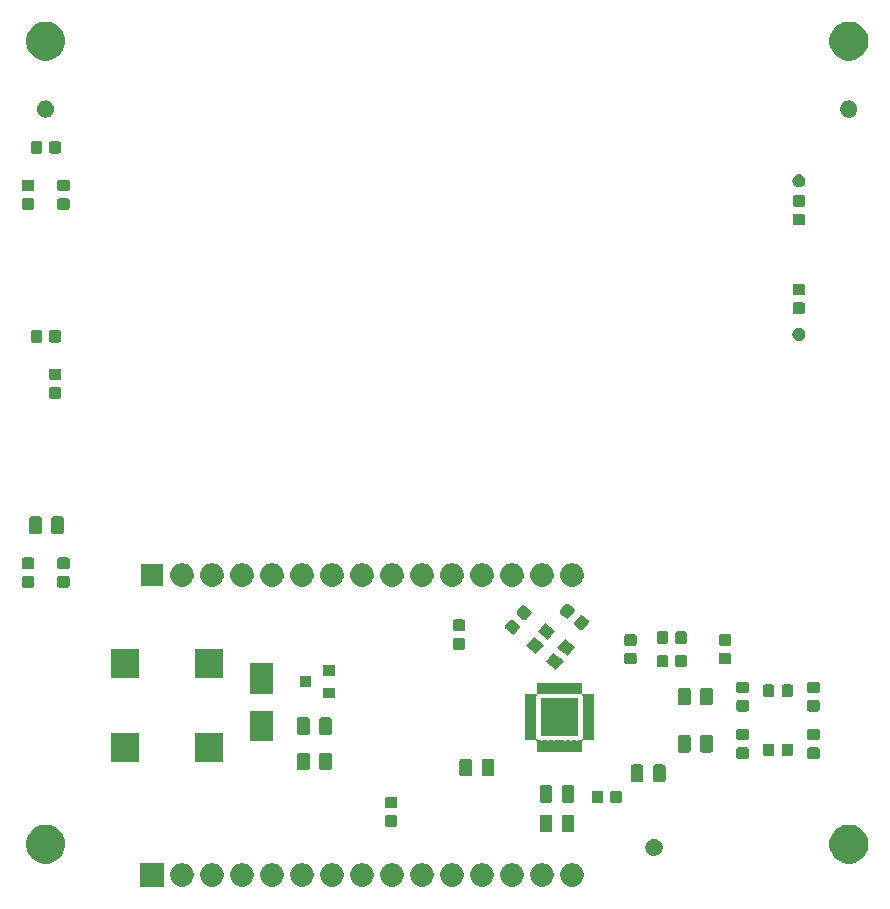
<source format=gts>
G04 #@! TF.GenerationSoftware,KiCad,Pcbnew,(5.1.6)-1*
G04 #@! TF.CreationDate,2022-05-24T19:53:44-07:00*
G04 #@! TF.ProjectId,MFRC522 PCB ESP32,4d465243-3532-4322-9050-434220455350,rev?*
G04 #@! TF.SameCoordinates,Original*
G04 #@! TF.FileFunction,Soldermask,Top*
G04 #@! TF.FilePolarity,Negative*
%FSLAX46Y46*%
G04 Gerber Fmt 4.6, Leading zero omitted, Abs format (unit mm)*
G04 Created by KiCad (PCBNEW (5.1.6)-1) date 2022-05-24 19:53:44*
%MOMM*%
%LPD*%
G01*
G04 APERTURE LIST*
%ADD10C,0.100000*%
G04 APERTURE END LIST*
D10*
G36*
X193001000Y-122601000D02*
G01*
X190999000Y-122601000D01*
X190999000Y-120599000D01*
X193001000Y-120599000D01*
X193001000Y-122601000D01*
G37*
G36*
X225215285Y-120618234D02*
G01*
X225311981Y-120637468D01*
X225494151Y-120712926D01*
X225658100Y-120822473D01*
X225797527Y-120961900D01*
X225907074Y-121125849D01*
X225982532Y-121308019D01*
X226021000Y-121501410D01*
X226021000Y-121698590D01*
X225982532Y-121891981D01*
X225907074Y-122074151D01*
X225797527Y-122238100D01*
X225658100Y-122377527D01*
X225494151Y-122487074D01*
X225311981Y-122562532D01*
X225215285Y-122581766D01*
X225118591Y-122601000D01*
X224921409Y-122601000D01*
X224824715Y-122581766D01*
X224728019Y-122562532D01*
X224545849Y-122487074D01*
X224381900Y-122377527D01*
X224242473Y-122238100D01*
X224132926Y-122074151D01*
X224057468Y-121891981D01*
X224019000Y-121698590D01*
X224019000Y-121501410D01*
X224057468Y-121308019D01*
X224132926Y-121125849D01*
X224242473Y-120961900D01*
X224381900Y-120822473D01*
X224545849Y-120712926D01*
X224728019Y-120637468D01*
X224824715Y-120618234D01*
X224921409Y-120599000D01*
X225118591Y-120599000D01*
X225215285Y-120618234D01*
G37*
G36*
X227755285Y-120618234D02*
G01*
X227851981Y-120637468D01*
X228034151Y-120712926D01*
X228198100Y-120822473D01*
X228337527Y-120961900D01*
X228447074Y-121125849D01*
X228522532Y-121308019D01*
X228561000Y-121501410D01*
X228561000Y-121698590D01*
X228522532Y-121891981D01*
X228447074Y-122074151D01*
X228337527Y-122238100D01*
X228198100Y-122377527D01*
X228034151Y-122487074D01*
X227851981Y-122562532D01*
X227755285Y-122581766D01*
X227658591Y-122601000D01*
X227461409Y-122601000D01*
X227364715Y-122581766D01*
X227268019Y-122562532D01*
X227085849Y-122487074D01*
X226921900Y-122377527D01*
X226782473Y-122238100D01*
X226672926Y-122074151D01*
X226597468Y-121891981D01*
X226559000Y-121698590D01*
X226559000Y-121501410D01*
X226597468Y-121308019D01*
X226672926Y-121125849D01*
X226782473Y-120961900D01*
X226921900Y-120822473D01*
X227085849Y-120712926D01*
X227268019Y-120637468D01*
X227364715Y-120618234D01*
X227461409Y-120599000D01*
X227658591Y-120599000D01*
X227755285Y-120618234D01*
G37*
G36*
X222675285Y-120618234D02*
G01*
X222771981Y-120637468D01*
X222954151Y-120712926D01*
X223118100Y-120822473D01*
X223257527Y-120961900D01*
X223367074Y-121125849D01*
X223442532Y-121308019D01*
X223481000Y-121501410D01*
X223481000Y-121698590D01*
X223442532Y-121891981D01*
X223367074Y-122074151D01*
X223257527Y-122238100D01*
X223118100Y-122377527D01*
X222954151Y-122487074D01*
X222771981Y-122562532D01*
X222675285Y-122581766D01*
X222578591Y-122601000D01*
X222381409Y-122601000D01*
X222284715Y-122581766D01*
X222188019Y-122562532D01*
X222005849Y-122487074D01*
X221841900Y-122377527D01*
X221702473Y-122238100D01*
X221592926Y-122074151D01*
X221517468Y-121891981D01*
X221479000Y-121698590D01*
X221479000Y-121501410D01*
X221517468Y-121308019D01*
X221592926Y-121125849D01*
X221702473Y-120961900D01*
X221841900Y-120822473D01*
X222005849Y-120712926D01*
X222188019Y-120637468D01*
X222284715Y-120618234D01*
X222381409Y-120599000D01*
X222578591Y-120599000D01*
X222675285Y-120618234D01*
G37*
G36*
X220135285Y-120618234D02*
G01*
X220231981Y-120637468D01*
X220414151Y-120712926D01*
X220578100Y-120822473D01*
X220717527Y-120961900D01*
X220827074Y-121125849D01*
X220902532Y-121308019D01*
X220941000Y-121501410D01*
X220941000Y-121698590D01*
X220902532Y-121891981D01*
X220827074Y-122074151D01*
X220717527Y-122238100D01*
X220578100Y-122377527D01*
X220414151Y-122487074D01*
X220231981Y-122562532D01*
X220135285Y-122581766D01*
X220038591Y-122601000D01*
X219841409Y-122601000D01*
X219744715Y-122581766D01*
X219648019Y-122562532D01*
X219465849Y-122487074D01*
X219301900Y-122377527D01*
X219162473Y-122238100D01*
X219052926Y-122074151D01*
X218977468Y-121891981D01*
X218939000Y-121698590D01*
X218939000Y-121501410D01*
X218977468Y-121308019D01*
X219052926Y-121125849D01*
X219162473Y-120961900D01*
X219301900Y-120822473D01*
X219465849Y-120712926D01*
X219648019Y-120637468D01*
X219744715Y-120618234D01*
X219841409Y-120599000D01*
X220038591Y-120599000D01*
X220135285Y-120618234D01*
G37*
G36*
X217595285Y-120618234D02*
G01*
X217691981Y-120637468D01*
X217874151Y-120712926D01*
X218038100Y-120822473D01*
X218177527Y-120961900D01*
X218287074Y-121125849D01*
X218362532Y-121308019D01*
X218401000Y-121501410D01*
X218401000Y-121698590D01*
X218362532Y-121891981D01*
X218287074Y-122074151D01*
X218177527Y-122238100D01*
X218038100Y-122377527D01*
X217874151Y-122487074D01*
X217691981Y-122562532D01*
X217595285Y-122581766D01*
X217498591Y-122601000D01*
X217301409Y-122601000D01*
X217204715Y-122581766D01*
X217108019Y-122562532D01*
X216925849Y-122487074D01*
X216761900Y-122377527D01*
X216622473Y-122238100D01*
X216512926Y-122074151D01*
X216437468Y-121891981D01*
X216399000Y-121698590D01*
X216399000Y-121501410D01*
X216437468Y-121308019D01*
X216512926Y-121125849D01*
X216622473Y-120961900D01*
X216761900Y-120822473D01*
X216925849Y-120712926D01*
X217108019Y-120637468D01*
X217204715Y-120618234D01*
X217301409Y-120599000D01*
X217498591Y-120599000D01*
X217595285Y-120618234D01*
G37*
G36*
X215055285Y-120618234D02*
G01*
X215151981Y-120637468D01*
X215334151Y-120712926D01*
X215498100Y-120822473D01*
X215637527Y-120961900D01*
X215747074Y-121125849D01*
X215822532Y-121308019D01*
X215861000Y-121501410D01*
X215861000Y-121698590D01*
X215822532Y-121891981D01*
X215747074Y-122074151D01*
X215637527Y-122238100D01*
X215498100Y-122377527D01*
X215334151Y-122487074D01*
X215151981Y-122562532D01*
X215055285Y-122581766D01*
X214958591Y-122601000D01*
X214761409Y-122601000D01*
X214664715Y-122581766D01*
X214568019Y-122562532D01*
X214385849Y-122487074D01*
X214221900Y-122377527D01*
X214082473Y-122238100D01*
X213972926Y-122074151D01*
X213897468Y-121891981D01*
X213859000Y-121698590D01*
X213859000Y-121501410D01*
X213897468Y-121308019D01*
X213972926Y-121125849D01*
X214082473Y-120961900D01*
X214221900Y-120822473D01*
X214385849Y-120712926D01*
X214568019Y-120637468D01*
X214664715Y-120618234D01*
X214761409Y-120599000D01*
X214958591Y-120599000D01*
X215055285Y-120618234D01*
G37*
G36*
X212515285Y-120618234D02*
G01*
X212611981Y-120637468D01*
X212794151Y-120712926D01*
X212958100Y-120822473D01*
X213097527Y-120961900D01*
X213207074Y-121125849D01*
X213282532Y-121308019D01*
X213321000Y-121501410D01*
X213321000Y-121698590D01*
X213282532Y-121891981D01*
X213207074Y-122074151D01*
X213097527Y-122238100D01*
X212958100Y-122377527D01*
X212794151Y-122487074D01*
X212611981Y-122562532D01*
X212515285Y-122581766D01*
X212418591Y-122601000D01*
X212221409Y-122601000D01*
X212124715Y-122581766D01*
X212028019Y-122562532D01*
X211845849Y-122487074D01*
X211681900Y-122377527D01*
X211542473Y-122238100D01*
X211432926Y-122074151D01*
X211357468Y-121891981D01*
X211319000Y-121698590D01*
X211319000Y-121501410D01*
X211357468Y-121308019D01*
X211432926Y-121125849D01*
X211542473Y-120961900D01*
X211681900Y-120822473D01*
X211845849Y-120712926D01*
X212028019Y-120637468D01*
X212124715Y-120618234D01*
X212221409Y-120599000D01*
X212418591Y-120599000D01*
X212515285Y-120618234D01*
G37*
G36*
X207435285Y-120618234D02*
G01*
X207531981Y-120637468D01*
X207714151Y-120712926D01*
X207878100Y-120822473D01*
X208017527Y-120961900D01*
X208127074Y-121125849D01*
X208202532Y-121308019D01*
X208241000Y-121501410D01*
X208241000Y-121698590D01*
X208202532Y-121891981D01*
X208127074Y-122074151D01*
X208017527Y-122238100D01*
X207878100Y-122377527D01*
X207714151Y-122487074D01*
X207531981Y-122562532D01*
X207435285Y-122581766D01*
X207338591Y-122601000D01*
X207141409Y-122601000D01*
X207044715Y-122581766D01*
X206948019Y-122562532D01*
X206765849Y-122487074D01*
X206601900Y-122377527D01*
X206462473Y-122238100D01*
X206352926Y-122074151D01*
X206277468Y-121891981D01*
X206239000Y-121698590D01*
X206239000Y-121501410D01*
X206277468Y-121308019D01*
X206352926Y-121125849D01*
X206462473Y-120961900D01*
X206601900Y-120822473D01*
X206765849Y-120712926D01*
X206948019Y-120637468D01*
X207044715Y-120618234D01*
X207141409Y-120599000D01*
X207338591Y-120599000D01*
X207435285Y-120618234D01*
G37*
G36*
X204895285Y-120618234D02*
G01*
X204991981Y-120637468D01*
X205174151Y-120712926D01*
X205338100Y-120822473D01*
X205477527Y-120961900D01*
X205587074Y-121125849D01*
X205662532Y-121308019D01*
X205701000Y-121501410D01*
X205701000Y-121698590D01*
X205662532Y-121891981D01*
X205587074Y-122074151D01*
X205477527Y-122238100D01*
X205338100Y-122377527D01*
X205174151Y-122487074D01*
X204991981Y-122562532D01*
X204895285Y-122581766D01*
X204798591Y-122601000D01*
X204601409Y-122601000D01*
X204504715Y-122581766D01*
X204408019Y-122562532D01*
X204225849Y-122487074D01*
X204061900Y-122377527D01*
X203922473Y-122238100D01*
X203812926Y-122074151D01*
X203737468Y-121891981D01*
X203699000Y-121698590D01*
X203699000Y-121501410D01*
X203737468Y-121308019D01*
X203812926Y-121125849D01*
X203922473Y-120961900D01*
X204061900Y-120822473D01*
X204225849Y-120712926D01*
X204408019Y-120637468D01*
X204504715Y-120618234D01*
X204601409Y-120599000D01*
X204798591Y-120599000D01*
X204895285Y-120618234D01*
G37*
G36*
X202355285Y-120618234D02*
G01*
X202451981Y-120637468D01*
X202634151Y-120712926D01*
X202798100Y-120822473D01*
X202937527Y-120961900D01*
X203047074Y-121125849D01*
X203122532Y-121308019D01*
X203161000Y-121501410D01*
X203161000Y-121698590D01*
X203122532Y-121891981D01*
X203047074Y-122074151D01*
X202937527Y-122238100D01*
X202798100Y-122377527D01*
X202634151Y-122487074D01*
X202451981Y-122562532D01*
X202355285Y-122581766D01*
X202258591Y-122601000D01*
X202061409Y-122601000D01*
X201964715Y-122581766D01*
X201868019Y-122562532D01*
X201685849Y-122487074D01*
X201521900Y-122377527D01*
X201382473Y-122238100D01*
X201272926Y-122074151D01*
X201197468Y-121891981D01*
X201159000Y-121698590D01*
X201159000Y-121501410D01*
X201197468Y-121308019D01*
X201272926Y-121125849D01*
X201382473Y-120961900D01*
X201521900Y-120822473D01*
X201685849Y-120712926D01*
X201868019Y-120637468D01*
X201964715Y-120618234D01*
X202061409Y-120599000D01*
X202258591Y-120599000D01*
X202355285Y-120618234D01*
G37*
G36*
X199815285Y-120618234D02*
G01*
X199911981Y-120637468D01*
X200094151Y-120712926D01*
X200258100Y-120822473D01*
X200397527Y-120961900D01*
X200507074Y-121125849D01*
X200582532Y-121308019D01*
X200621000Y-121501410D01*
X200621000Y-121698590D01*
X200582532Y-121891981D01*
X200507074Y-122074151D01*
X200397527Y-122238100D01*
X200258100Y-122377527D01*
X200094151Y-122487074D01*
X199911981Y-122562532D01*
X199815285Y-122581766D01*
X199718591Y-122601000D01*
X199521409Y-122601000D01*
X199424715Y-122581766D01*
X199328019Y-122562532D01*
X199145849Y-122487074D01*
X198981900Y-122377527D01*
X198842473Y-122238100D01*
X198732926Y-122074151D01*
X198657468Y-121891981D01*
X198619000Y-121698590D01*
X198619000Y-121501410D01*
X198657468Y-121308019D01*
X198732926Y-121125849D01*
X198842473Y-120961900D01*
X198981900Y-120822473D01*
X199145849Y-120712926D01*
X199328019Y-120637468D01*
X199424715Y-120618234D01*
X199521409Y-120599000D01*
X199718591Y-120599000D01*
X199815285Y-120618234D01*
G37*
G36*
X197275285Y-120618234D02*
G01*
X197371981Y-120637468D01*
X197554151Y-120712926D01*
X197718100Y-120822473D01*
X197857527Y-120961900D01*
X197967074Y-121125849D01*
X198042532Y-121308019D01*
X198081000Y-121501410D01*
X198081000Y-121698590D01*
X198042532Y-121891981D01*
X197967074Y-122074151D01*
X197857527Y-122238100D01*
X197718100Y-122377527D01*
X197554151Y-122487074D01*
X197371981Y-122562532D01*
X197275285Y-122581766D01*
X197178591Y-122601000D01*
X196981409Y-122601000D01*
X196884715Y-122581766D01*
X196788019Y-122562532D01*
X196605849Y-122487074D01*
X196441900Y-122377527D01*
X196302473Y-122238100D01*
X196192926Y-122074151D01*
X196117468Y-121891981D01*
X196079000Y-121698590D01*
X196079000Y-121501410D01*
X196117468Y-121308019D01*
X196192926Y-121125849D01*
X196302473Y-120961900D01*
X196441900Y-120822473D01*
X196605849Y-120712926D01*
X196788019Y-120637468D01*
X196884715Y-120618234D01*
X196981409Y-120599000D01*
X197178591Y-120599000D01*
X197275285Y-120618234D01*
G37*
G36*
X194735285Y-120618234D02*
G01*
X194831981Y-120637468D01*
X195014151Y-120712926D01*
X195178100Y-120822473D01*
X195317527Y-120961900D01*
X195427074Y-121125849D01*
X195502532Y-121308019D01*
X195541000Y-121501410D01*
X195541000Y-121698590D01*
X195502532Y-121891981D01*
X195427074Y-122074151D01*
X195317527Y-122238100D01*
X195178100Y-122377527D01*
X195014151Y-122487074D01*
X194831981Y-122562532D01*
X194735285Y-122581766D01*
X194638591Y-122601000D01*
X194441409Y-122601000D01*
X194344715Y-122581766D01*
X194248019Y-122562532D01*
X194065849Y-122487074D01*
X193901900Y-122377527D01*
X193762473Y-122238100D01*
X193652926Y-122074151D01*
X193577468Y-121891981D01*
X193539000Y-121698590D01*
X193539000Y-121501410D01*
X193577468Y-121308019D01*
X193652926Y-121125849D01*
X193762473Y-120961900D01*
X193901900Y-120822473D01*
X194065849Y-120712926D01*
X194248019Y-120637468D01*
X194344715Y-120618234D01*
X194441409Y-120599000D01*
X194638591Y-120599000D01*
X194735285Y-120618234D01*
G37*
G36*
X209975285Y-120618234D02*
G01*
X210071981Y-120637468D01*
X210254151Y-120712926D01*
X210418100Y-120822473D01*
X210557527Y-120961900D01*
X210667074Y-121125849D01*
X210742532Y-121308019D01*
X210781000Y-121501410D01*
X210781000Y-121698590D01*
X210742532Y-121891981D01*
X210667074Y-122074151D01*
X210557527Y-122238100D01*
X210418100Y-122377527D01*
X210254151Y-122487074D01*
X210071981Y-122562532D01*
X209975285Y-122581766D01*
X209878591Y-122601000D01*
X209681409Y-122601000D01*
X209584715Y-122581766D01*
X209488019Y-122562532D01*
X209305849Y-122487074D01*
X209141900Y-122377527D01*
X209002473Y-122238100D01*
X208892926Y-122074151D01*
X208817468Y-121891981D01*
X208779000Y-121698590D01*
X208779000Y-121501410D01*
X208817468Y-121308019D01*
X208892926Y-121125849D01*
X209002473Y-120961900D01*
X209141900Y-120822473D01*
X209305849Y-120712926D01*
X209488019Y-120637468D01*
X209584715Y-120618234D01*
X209681409Y-120599000D01*
X209878591Y-120599000D01*
X209975285Y-120618234D01*
G37*
G36*
X251316401Y-117379591D02*
G01*
X251481579Y-117412447D01*
X251782042Y-117536903D01*
X252052451Y-117717585D01*
X252282415Y-117947549D01*
X252463097Y-118217958D01*
X252587553Y-118518421D01*
X252594595Y-118553823D01*
X252641271Y-118788477D01*
X252651000Y-118837391D01*
X252651000Y-119162609D01*
X252587553Y-119481579D01*
X252463097Y-119782042D01*
X252282415Y-120052451D01*
X252052451Y-120282415D01*
X251782042Y-120463097D01*
X251481579Y-120587553D01*
X251424031Y-120599000D01*
X251162611Y-120651000D01*
X250837389Y-120651000D01*
X250575969Y-120599000D01*
X250518421Y-120587553D01*
X250217958Y-120463097D01*
X249947549Y-120282415D01*
X249717585Y-120052451D01*
X249536903Y-119782042D01*
X249412447Y-119481579D01*
X249349000Y-119162609D01*
X249349000Y-118837391D01*
X249358730Y-118788477D01*
X249405405Y-118553823D01*
X249412447Y-118518421D01*
X249536903Y-118217958D01*
X249717585Y-117947549D01*
X249947549Y-117717585D01*
X250217958Y-117536903D01*
X250518421Y-117412447D01*
X250683599Y-117379591D01*
X250837389Y-117349000D01*
X251162611Y-117349000D01*
X251316401Y-117379591D01*
G37*
G36*
X183316401Y-117379591D02*
G01*
X183481579Y-117412447D01*
X183782042Y-117536903D01*
X184052451Y-117717585D01*
X184282415Y-117947549D01*
X184463097Y-118217958D01*
X184587553Y-118518421D01*
X184594595Y-118553823D01*
X184641271Y-118788477D01*
X184651000Y-118837391D01*
X184651000Y-119162609D01*
X184587553Y-119481579D01*
X184463097Y-119782042D01*
X184282415Y-120052451D01*
X184052451Y-120282415D01*
X183782042Y-120463097D01*
X183481579Y-120587553D01*
X183424031Y-120599000D01*
X183162611Y-120651000D01*
X182837389Y-120651000D01*
X182575969Y-120599000D01*
X182518421Y-120587553D01*
X182217958Y-120463097D01*
X181947549Y-120282415D01*
X181717585Y-120052451D01*
X181536903Y-119782042D01*
X181412447Y-119481579D01*
X181349000Y-119162609D01*
X181349000Y-118837391D01*
X181358730Y-118788477D01*
X181405405Y-118553823D01*
X181412447Y-118518421D01*
X181536903Y-118217958D01*
X181717585Y-117947549D01*
X181947549Y-117717585D01*
X182217958Y-117536903D01*
X182518421Y-117412447D01*
X182683599Y-117379591D01*
X182837389Y-117349000D01*
X183162611Y-117349000D01*
X183316401Y-117379591D01*
G37*
G36*
X234641246Y-118539912D02*
G01*
X234711183Y-118553823D01*
X234765759Y-118576429D01*
X234842942Y-118608399D01*
X234961522Y-118687632D01*
X235062368Y-118788478D01*
X235141601Y-118907058D01*
X235173571Y-118984241D01*
X235196177Y-119038817D01*
X235224000Y-119178692D01*
X235224000Y-119321308D01*
X235196177Y-119461183D01*
X235173571Y-119515759D01*
X235141601Y-119592942D01*
X235062368Y-119711522D01*
X234961522Y-119812368D01*
X234842942Y-119891601D01*
X234765759Y-119923571D01*
X234711183Y-119946177D01*
X234641245Y-119960089D01*
X234571309Y-119974000D01*
X234428691Y-119974000D01*
X234358755Y-119960089D01*
X234288817Y-119946177D01*
X234234241Y-119923571D01*
X234157058Y-119891601D01*
X234038478Y-119812368D01*
X233937632Y-119711522D01*
X233858399Y-119592942D01*
X233826429Y-119515759D01*
X233803823Y-119461183D01*
X233776000Y-119321308D01*
X233776000Y-119178692D01*
X233803823Y-119038817D01*
X233826429Y-118984241D01*
X233858399Y-118907058D01*
X233937632Y-118788478D01*
X234038478Y-118687632D01*
X234157058Y-118608399D01*
X234234241Y-118576429D01*
X234288817Y-118553823D01*
X234358754Y-118539912D01*
X234428691Y-118526000D01*
X234571309Y-118526000D01*
X234641246Y-118539912D01*
G37*
G36*
X225724468Y-116503565D02*
G01*
X225763138Y-116515296D01*
X225798777Y-116534346D01*
X225830017Y-116559983D01*
X225855654Y-116591223D01*
X225874704Y-116626862D01*
X225886435Y-116665532D01*
X225891000Y-116711888D01*
X225891000Y-117788112D01*
X225886435Y-117834468D01*
X225874704Y-117873138D01*
X225855654Y-117908777D01*
X225830017Y-117940017D01*
X225798777Y-117965654D01*
X225763138Y-117984704D01*
X225724468Y-117996435D01*
X225678112Y-118001000D01*
X225026888Y-118001000D01*
X224980532Y-117996435D01*
X224941862Y-117984704D01*
X224906223Y-117965654D01*
X224874983Y-117940017D01*
X224849346Y-117908777D01*
X224830296Y-117873138D01*
X224818565Y-117834468D01*
X224814000Y-117788112D01*
X224814000Y-116711888D01*
X224818565Y-116665532D01*
X224830296Y-116626862D01*
X224849346Y-116591223D01*
X224874983Y-116559983D01*
X224906223Y-116534346D01*
X224941862Y-116515296D01*
X224980532Y-116503565D01*
X225026888Y-116499000D01*
X225678112Y-116499000D01*
X225724468Y-116503565D01*
G37*
G36*
X227599468Y-116503565D02*
G01*
X227638138Y-116515296D01*
X227673777Y-116534346D01*
X227705017Y-116559983D01*
X227730654Y-116591223D01*
X227749704Y-116626862D01*
X227761435Y-116665532D01*
X227766000Y-116711888D01*
X227766000Y-117788112D01*
X227761435Y-117834468D01*
X227749704Y-117873138D01*
X227730654Y-117908777D01*
X227705017Y-117940017D01*
X227673777Y-117965654D01*
X227638138Y-117984704D01*
X227599468Y-117996435D01*
X227553112Y-118001000D01*
X226901888Y-118001000D01*
X226855532Y-117996435D01*
X226816862Y-117984704D01*
X226781223Y-117965654D01*
X226749983Y-117940017D01*
X226724346Y-117908777D01*
X226705296Y-117873138D01*
X226693565Y-117834468D01*
X226689000Y-117788112D01*
X226689000Y-116711888D01*
X226693565Y-116665532D01*
X226705296Y-116626862D01*
X226724346Y-116591223D01*
X226749983Y-116559983D01*
X226781223Y-116534346D01*
X226816862Y-116515296D01*
X226855532Y-116503565D01*
X226901888Y-116499000D01*
X227553112Y-116499000D01*
X227599468Y-116503565D01*
G37*
G36*
X212629591Y-116553085D02*
G01*
X212663569Y-116563393D01*
X212694890Y-116580134D01*
X212722339Y-116602661D01*
X212744866Y-116630110D01*
X212761607Y-116661431D01*
X212771915Y-116695409D01*
X212776000Y-116736890D01*
X212776000Y-117338110D01*
X212771915Y-117379591D01*
X212761607Y-117413569D01*
X212744866Y-117444890D01*
X212722339Y-117472339D01*
X212694890Y-117494866D01*
X212663569Y-117511607D01*
X212629591Y-117521915D01*
X212588110Y-117526000D01*
X211911890Y-117526000D01*
X211870409Y-117521915D01*
X211836431Y-117511607D01*
X211805110Y-117494866D01*
X211777661Y-117472339D01*
X211755134Y-117444890D01*
X211738393Y-117413569D01*
X211728085Y-117379591D01*
X211724000Y-117338110D01*
X211724000Y-116736890D01*
X211728085Y-116695409D01*
X211738393Y-116661431D01*
X211755134Y-116630110D01*
X211777661Y-116602661D01*
X211805110Y-116580134D01*
X211836431Y-116563393D01*
X211870409Y-116553085D01*
X211911890Y-116549000D01*
X212588110Y-116549000D01*
X212629591Y-116553085D01*
G37*
G36*
X212629591Y-114978085D02*
G01*
X212663569Y-114988393D01*
X212694890Y-115005134D01*
X212722339Y-115027661D01*
X212744866Y-115055110D01*
X212761607Y-115086431D01*
X212771915Y-115120409D01*
X212776000Y-115161890D01*
X212776000Y-115763110D01*
X212771915Y-115804591D01*
X212761607Y-115838569D01*
X212744866Y-115869890D01*
X212722339Y-115897339D01*
X212694890Y-115919866D01*
X212663569Y-115936607D01*
X212629591Y-115946915D01*
X212588110Y-115951000D01*
X211911890Y-115951000D01*
X211870409Y-115946915D01*
X211836431Y-115936607D01*
X211805110Y-115919866D01*
X211777661Y-115897339D01*
X211755134Y-115869890D01*
X211738393Y-115838569D01*
X211728085Y-115804591D01*
X211724000Y-115763110D01*
X211724000Y-115161890D01*
X211728085Y-115120409D01*
X211738393Y-115086431D01*
X211755134Y-115055110D01*
X211777661Y-115027661D01*
X211805110Y-115005134D01*
X211836431Y-114988393D01*
X211870409Y-114978085D01*
X211911890Y-114974000D01*
X212588110Y-114974000D01*
X212629591Y-114978085D01*
G37*
G36*
X231629591Y-114478085D02*
G01*
X231663569Y-114488393D01*
X231694890Y-114505134D01*
X231722339Y-114527661D01*
X231744866Y-114555110D01*
X231761607Y-114586431D01*
X231771915Y-114620409D01*
X231776000Y-114661890D01*
X231776000Y-115338110D01*
X231771915Y-115379591D01*
X231761607Y-115413569D01*
X231744866Y-115444890D01*
X231722339Y-115472339D01*
X231694890Y-115494866D01*
X231663569Y-115511607D01*
X231629591Y-115521915D01*
X231588110Y-115526000D01*
X230986890Y-115526000D01*
X230945409Y-115521915D01*
X230911431Y-115511607D01*
X230880110Y-115494866D01*
X230852661Y-115472339D01*
X230830134Y-115444890D01*
X230813393Y-115413569D01*
X230803085Y-115379591D01*
X230799000Y-115338110D01*
X230799000Y-114661890D01*
X230803085Y-114620409D01*
X230813393Y-114586431D01*
X230830134Y-114555110D01*
X230852661Y-114527661D01*
X230880110Y-114505134D01*
X230911431Y-114488393D01*
X230945409Y-114478085D01*
X230986890Y-114474000D01*
X231588110Y-114474000D01*
X231629591Y-114478085D01*
G37*
G36*
X230054591Y-114478085D02*
G01*
X230088569Y-114488393D01*
X230119890Y-114505134D01*
X230147339Y-114527661D01*
X230169866Y-114555110D01*
X230186607Y-114586431D01*
X230196915Y-114620409D01*
X230201000Y-114661890D01*
X230201000Y-115338110D01*
X230196915Y-115379591D01*
X230186607Y-115413569D01*
X230169866Y-115444890D01*
X230147339Y-115472339D01*
X230119890Y-115494866D01*
X230088569Y-115511607D01*
X230054591Y-115521915D01*
X230013110Y-115526000D01*
X229411890Y-115526000D01*
X229370409Y-115521915D01*
X229336431Y-115511607D01*
X229305110Y-115494866D01*
X229277661Y-115472339D01*
X229255134Y-115444890D01*
X229238393Y-115413569D01*
X229228085Y-115379591D01*
X229224000Y-115338110D01*
X229224000Y-114661890D01*
X229228085Y-114620409D01*
X229238393Y-114586431D01*
X229255134Y-114555110D01*
X229277661Y-114527661D01*
X229305110Y-114505134D01*
X229336431Y-114488393D01*
X229370409Y-114478085D01*
X229411890Y-114474000D01*
X230013110Y-114474000D01*
X230054591Y-114478085D01*
G37*
G36*
X227599468Y-114003565D02*
G01*
X227638138Y-114015296D01*
X227673777Y-114034346D01*
X227705017Y-114059983D01*
X227730654Y-114091223D01*
X227749704Y-114126862D01*
X227761435Y-114165532D01*
X227766000Y-114211888D01*
X227766000Y-115288112D01*
X227761435Y-115334468D01*
X227749704Y-115373138D01*
X227730654Y-115408777D01*
X227705017Y-115440017D01*
X227673777Y-115465654D01*
X227638138Y-115484704D01*
X227599468Y-115496435D01*
X227553112Y-115501000D01*
X226901888Y-115501000D01*
X226855532Y-115496435D01*
X226816862Y-115484704D01*
X226781223Y-115465654D01*
X226749983Y-115440017D01*
X226724346Y-115408777D01*
X226705296Y-115373138D01*
X226693565Y-115334468D01*
X226689000Y-115288112D01*
X226689000Y-114211888D01*
X226693565Y-114165532D01*
X226705296Y-114126862D01*
X226724346Y-114091223D01*
X226749983Y-114059983D01*
X226781223Y-114034346D01*
X226816862Y-114015296D01*
X226855532Y-114003565D01*
X226901888Y-113999000D01*
X227553112Y-113999000D01*
X227599468Y-114003565D01*
G37*
G36*
X225724468Y-114003565D02*
G01*
X225763138Y-114015296D01*
X225798777Y-114034346D01*
X225830017Y-114059983D01*
X225855654Y-114091223D01*
X225874704Y-114126862D01*
X225886435Y-114165532D01*
X225891000Y-114211888D01*
X225891000Y-115288112D01*
X225886435Y-115334468D01*
X225874704Y-115373138D01*
X225855654Y-115408777D01*
X225830017Y-115440017D01*
X225798777Y-115465654D01*
X225763138Y-115484704D01*
X225724468Y-115496435D01*
X225678112Y-115501000D01*
X225026888Y-115501000D01*
X224980532Y-115496435D01*
X224941862Y-115484704D01*
X224906223Y-115465654D01*
X224874983Y-115440017D01*
X224849346Y-115408777D01*
X224830296Y-115373138D01*
X224818565Y-115334468D01*
X224814000Y-115288112D01*
X224814000Y-114211888D01*
X224818565Y-114165532D01*
X224830296Y-114126862D01*
X224849346Y-114091223D01*
X224874983Y-114059983D01*
X224906223Y-114034346D01*
X224941862Y-114015296D01*
X224980532Y-114003565D01*
X225026888Y-113999000D01*
X225678112Y-113999000D01*
X225724468Y-114003565D01*
G37*
G36*
X235309468Y-112253565D02*
G01*
X235348138Y-112265296D01*
X235383777Y-112284346D01*
X235415017Y-112309983D01*
X235440654Y-112341223D01*
X235459704Y-112376862D01*
X235471435Y-112415532D01*
X235476000Y-112461888D01*
X235476000Y-113538112D01*
X235471435Y-113584468D01*
X235459704Y-113623138D01*
X235440654Y-113658777D01*
X235415017Y-113690017D01*
X235383777Y-113715654D01*
X235348138Y-113734704D01*
X235309468Y-113746435D01*
X235263112Y-113751000D01*
X234611888Y-113751000D01*
X234565532Y-113746435D01*
X234526862Y-113734704D01*
X234491223Y-113715654D01*
X234459983Y-113690017D01*
X234434346Y-113658777D01*
X234415296Y-113623138D01*
X234403565Y-113584468D01*
X234399000Y-113538112D01*
X234399000Y-112461888D01*
X234403565Y-112415532D01*
X234415296Y-112376862D01*
X234434346Y-112341223D01*
X234459983Y-112309983D01*
X234491223Y-112284346D01*
X234526862Y-112265296D01*
X234565532Y-112253565D01*
X234611888Y-112249000D01*
X235263112Y-112249000D01*
X235309468Y-112253565D01*
G37*
G36*
X233434468Y-112253565D02*
G01*
X233473138Y-112265296D01*
X233508777Y-112284346D01*
X233540017Y-112309983D01*
X233565654Y-112341223D01*
X233584704Y-112376862D01*
X233596435Y-112415532D01*
X233601000Y-112461888D01*
X233601000Y-113538112D01*
X233596435Y-113584468D01*
X233584704Y-113623138D01*
X233565654Y-113658777D01*
X233540017Y-113690017D01*
X233508777Y-113715654D01*
X233473138Y-113734704D01*
X233434468Y-113746435D01*
X233388112Y-113751000D01*
X232736888Y-113751000D01*
X232690532Y-113746435D01*
X232651862Y-113734704D01*
X232616223Y-113715654D01*
X232584983Y-113690017D01*
X232559346Y-113658777D01*
X232540296Y-113623138D01*
X232528565Y-113584468D01*
X232524000Y-113538112D01*
X232524000Y-112461888D01*
X232528565Y-112415532D01*
X232540296Y-112376862D01*
X232559346Y-112341223D01*
X232584983Y-112309983D01*
X232616223Y-112284346D01*
X232651862Y-112265296D01*
X232690532Y-112253565D01*
X232736888Y-112249000D01*
X233388112Y-112249000D01*
X233434468Y-112253565D01*
G37*
G36*
X218934468Y-111753565D02*
G01*
X218973138Y-111765296D01*
X219008777Y-111784346D01*
X219040017Y-111809983D01*
X219065654Y-111841223D01*
X219084704Y-111876862D01*
X219096435Y-111915532D01*
X219101000Y-111961888D01*
X219101000Y-113038112D01*
X219096435Y-113084468D01*
X219084704Y-113123138D01*
X219065654Y-113158777D01*
X219040017Y-113190017D01*
X219008777Y-113215654D01*
X218973138Y-113234704D01*
X218934468Y-113246435D01*
X218888112Y-113251000D01*
X218236888Y-113251000D01*
X218190532Y-113246435D01*
X218151862Y-113234704D01*
X218116223Y-113215654D01*
X218084983Y-113190017D01*
X218059346Y-113158777D01*
X218040296Y-113123138D01*
X218028565Y-113084468D01*
X218024000Y-113038112D01*
X218024000Y-111961888D01*
X218028565Y-111915532D01*
X218040296Y-111876862D01*
X218059346Y-111841223D01*
X218084983Y-111809983D01*
X218116223Y-111784346D01*
X218151862Y-111765296D01*
X218190532Y-111753565D01*
X218236888Y-111749000D01*
X218888112Y-111749000D01*
X218934468Y-111753565D01*
G37*
G36*
X220809468Y-111753565D02*
G01*
X220848138Y-111765296D01*
X220883777Y-111784346D01*
X220915017Y-111809983D01*
X220940654Y-111841223D01*
X220959704Y-111876862D01*
X220971435Y-111915532D01*
X220976000Y-111961888D01*
X220976000Y-113038112D01*
X220971435Y-113084468D01*
X220959704Y-113123138D01*
X220940654Y-113158777D01*
X220915017Y-113190017D01*
X220883777Y-113215654D01*
X220848138Y-113234704D01*
X220809468Y-113246435D01*
X220763112Y-113251000D01*
X220111888Y-113251000D01*
X220065532Y-113246435D01*
X220026862Y-113234704D01*
X219991223Y-113215654D01*
X219959983Y-113190017D01*
X219934346Y-113158777D01*
X219915296Y-113123138D01*
X219903565Y-113084468D01*
X219899000Y-113038112D01*
X219899000Y-111961888D01*
X219903565Y-111915532D01*
X219915296Y-111876862D01*
X219934346Y-111841223D01*
X219959983Y-111809983D01*
X219991223Y-111784346D01*
X220026862Y-111765296D01*
X220065532Y-111753565D01*
X220111888Y-111749000D01*
X220763112Y-111749000D01*
X220809468Y-111753565D01*
G37*
G36*
X207059468Y-111253565D02*
G01*
X207098138Y-111265296D01*
X207133777Y-111284346D01*
X207165017Y-111309983D01*
X207190654Y-111341223D01*
X207209704Y-111376862D01*
X207221435Y-111415532D01*
X207226000Y-111461888D01*
X207226000Y-112538112D01*
X207221435Y-112584468D01*
X207209704Y-112623138D01*
X207190654Y-112658777D01*
X207165017Y-112690017D01*
X207133777Y-112715654D01*
X207098138Y-112734704D01*
X207059468Y-112746435D01*
X207013112Y-112751000D01*
X206361888Y-112751000D01*
X206315532Y-112746435D01*
X206276862Y-112734704D01*
X206241223Y-112715654D01*
X206209983Y-112690017D01*
X206184346Y-112658777D01*
X206165296Y-112623138D01*
X206153565Y-112584468D01*
X206149000Y-112538112D01*
X206149000Y-111461888D01*
X206153565Y-111415532D01*
X206165296Y-111376862D01*
X206184346Y-111341223D01*
X206209983Y-111309983D01*
X206241223Y-111284346D01*
X206276862Y-111265296D01*
X206315532Y-111253565D01*
X206361888Y-111249000D01*
X207013112Y-111249000D01*
X207059468Y-111253565D01*
G37*
G36*
X205184468Y-111253565D02*
G01*
X205223138Y-111265296D01*
X205258777Y-111284346D01*
X205290017Y-111309983D01*
X205315654Y-111341223D01*
X205334704Y-111376862D01*
X205346435Y-111415532D01*
X205351000Y-111461888D01*
X205351000Y-112538112D01*
X205346435Y-112584468D01*
X205334704Y-112623138D01*
X205315654Y-112658777D01*
X205290017Y-112690017D01*
X205258777Y-112715654D01*
X205223138Y-112734704D01*
X205184468Y-112746435D01*
X205138112Y-112751000D01*
X204486888Y-112751000D01*
X204440532Y-112746435D01*
X204401862Y-112734704D01*
X204366223Y-112715654D01*
X204334983Y-112690017D01*
X204309346Y-112658777D01*
X204290296Y-112623138D01*
X204278565Y-112584468D01*
X204274000Y-112538112D01*
X204274000Y-111461888D01*
X204278565Y-111415532D01*
X204290296Y-111376862D01*
X204309346Y-111341223D01*
X204334983Y-111309983D01*
X204366223Y-111284346D01*
X204401862Y-111265296D01*
X204440532Y-111253565D01*
X204486888Y-111249000D01*
X205138112Y-111249000D01*
X205184468Y-111253565D01*
G37*
G36*
X190901000Y-112001000D02*
G01*
X188499000Y-112001000D01*
X188499000Y-109599000D01*
X190901000Y-109599000D01*
X190901000Y-112001000D01*
G37*
G36*
X198001000Y-112001000D02*
G01*
X195599000Y-112001000D01*
X195599000Y-109599000D01*
X198001000Y-109599000D01*
X198001000Y-112001000D01*
G37*
G36*
X242379591Y-110803085D02*
G01*
X242413569Y-110813393D01*
X242444890Y-110830134D01*
X242472339Y-110852661D01*
X242494866Y-110880110D01*
X242511607Y-110911431D01*
X242521915Y-110945409D01*
X242526000Y-110986890D01*
X242526000Y-111588110D01*
X242521915Y-111629591D01*
X242511607Y-111663569D01*
X242494866Y-111694890D01*
X242472339Y-111722339D01*
X242444890Y-111744866D01*
X242413569Y-111761607D01*
X242379591Y-111771915D01*
X242338110Y-111776000D01*
X241661890Y-111776000D01*
X241620409Y-111771915D01*
X241586431Y-111761607D01*
X241555110Y-111744866D01*
X241527661Y-111722339D01*
X241505134Y-111694890D01*
X241488393Y-111663569D01*
X241478085Y-111629591D01*
X241474000Y-111588110D01*
X241474000Y-110986890D01*
X241478085Y-110945409D01*
X241488393Y-110911431D01*
X241505134Y-110880110D01*
X241527661Y-110852661D01*
X241555110Y-110830134D01*
X241586431Y-110813393D01*
X241620409Y-110803085D01*
X241661890Y-110799000D01*
X242338110Y-110799000D01*
X242379591Y-110803085D01*
G37*
G36*
X248379591Y-110803085D02*
G01*
X248413569Y-110813393D01*
X248444890Y-110830134D01*
X248472339Y-110852661D01*
X248494866Y-110880110D01*
X248511607Y-110911431D01*
X248521915Y-110945409D01*
X248526000Y-110986890D01*
X248526000Y-111588110D01*
X248521915Y-111629591D01*
X248511607Y-111663569D01*
X248494866Y-111694890D01*
X248472339Y-111722339D01*
X248444890Y-111744866D01*
X248413569Y-111761607D01*
X248379591Y-111771915D01*
X248338110Y-111776000D01*
X247661890Y-111776000D01*
X247620409Y-111771915D01*
X247586431Y-111761607D01*
X247555110Y-111744866D01*
X247527661Y-111722339D01*
X247505134Y-111694890D01*
X247488393Y-111663569D01*
X247478085Y-111629591D01*
X247474000Y-111588110D01*
X247474000Y-110986890D01*
X247478085Y-110945409D01*
X247488393Y-110911431D01*
X247505134Y-110880110D01*
X247527661Y-110852661D01*
X247555110Y-110830134D01*
X247586431Y-110813393D01*
X247620409Y-110803085D01*
X247661890Y-110799000D01*
X248338110Y-110799000D01*
X248379591Y-110803085D01*
G37*
G36*
X246129591Y-110478085D02*
G01*
X246163569Y-110488393D01*
X246194890Y-110505134D01*
X246222339Y-110527661D01*
X246244866Y-110555110D01*
X246261607Y-110586431D01*
X246271915Y-110620409D01*
X246276000Y-110661890D01*
X246276000Y-111338110D01*
X246271915Y-111379591D01*
X246261607Y-111413569D01*
X246244866Y-111444890D01*
X246222339Y-111472339D01*
X246194890Y-111494866D01*
X246163569Y-111511607D01*
X246129591Y-111521915D01*
X246088110Y-111526000D01*
X245486890Y-111526000D01*
X245445409Y-111521915D01*
X245411431Y-111511607D01*
X245380110Y-111494866D01*
X245352661Y-111472339D01*
X245330134Y-111444890D01*
X245313393Y-111413569D01*
X245303085Y-111379591D01*
X245299000Y-111338110D01*
X245299000Y-110661890D01*
X245303085Y-110620409D01*
X245313393Y-110586431D01*
X245330134Y-110555110D01*
X245352661Y-110527661D01*
X245380110Y-110505134D01*
X245411431Y-110488393D01*
X245445409Y-110478085D01*
X245486890Y-110474000D01*
X246088110Y-110474000D01*
X246129591Y-110478085D01*
G37*
G36*
X244554591Y-110478085D02*
G01*
X244588569Y-110488393D01*
X244619890Y-110505134D01*
X244647339Y-110527661D01*
X244669866Y-110555110D01*
X244686607Y-110586431D01*
X244696915Y-110620409D01*
X244701000Y-110661890D01*
X244701000Y-111338110D01*
X244696915Y-111379591D01*
X244686607Y-111413569D01*
X244669866Y-111444890D01*
X244647339Y-111472339D01*
X244619890Y-111494866D01*
X244588569Y-111511607D01*
X244554591Y-111521915D01*
X244513110Y-111526000D01*
X243911890Y-111526000D01*
X243870409Y-111521915D01*
X243836431Y-111511607D01*
X243805110Y-111494866D01*
X243777661Y-111472339D01*
X243755134Y-111444890D01*
X243738393Y-111413569D01*
X243728085Y-111379591D01*
X243724000Y-111338110D01*
X243724000Y-110661890D01*
X243728085Y-110620409D01*
X243738393Y-110586431D01*
X243755134Y-110555110D01*
X243777661Y-110527661D01*
X243805110Y-110505134D01*
X243836431Y-110488393D01*
X243870409Y-110478085D01*
X243911890Y-110474000D01*
X244513110Y-110474000D01*
X244554591Y-110478085D01*
G37*
G36*
X239309468Y-109753565D02*
G01*
X239348138Y-109765296D01*
X239383777Y-109784346D01*
X239415017Y-109809983D01*
X239440654Y-109841223D01*
X239459704Y-109876862D01*
X239471435Y-109915532D01*
X239476000Y-109961888D01*
X239476000Y-111038112D01*
X239471435Y-111084468D01*
X239459704Y-111123138D01*
X239440654Y-111158777D01*
X239415017Y-111190017D01*
X239383777Y-111215654D01*
X239348138Y-111234704D01*
X239309468Y-111246435D01*
X239263112Y-111251000D01*
X238611888Y-111251000D01*
X238565532Y-111246435D01*
X238526862Y-111234704D01*
X238491223Y-111215654D01*
X238459983Y-111190017D01*
X238434346Y-111158777D01*
X238415296Y-111123138D01*
X238403565Y-111084468D01*
X238399000Y-111038112D01*
X238399000Y-109961888D01*
X238403565Y-109915532D01*
X238415296Y-109876862D01*
X238434346Y-109841223D01*
X238459983Y-109809983D01*
X238491223Y-109784346D01*
X238526862Y-109765296D01*
X238565532Y-109753565D01*
X238611888Y-109749000D01*
X239263112Y-109749000D01*
X239309468Y-109753565D01*
G37*
G36*
X237434468Y-109753565D02*
G01*
X237473138Y-109765296D01*
X237508777Y-109784346D01*
X237540017Y-109809983D01*
X237565654Y-109841223D01*
X237584704Y-109876862D01*
X237596435Y-109915532D01*
X237601000Y-109961888D01*
X237601000Y-111038112D01*
X237596435Y-111084468D01*
X237584704Y-111123138D01*
X237565654Y-111158777D01*
X237540017Y-111190017D01*
X237508777Y-111215654D01*
X237473138Y-111234704D01*
X237434468Y-111246435D01*
X237388112Y-111251000D01*
X236736888Y-111251000D01*
X236690532Y-111246435D01*
X236651862Y-111234704D01*
X236616223Y-111215654D01*
X236584983Y-111190017D01*
X236559346Y-111158777D01*
X236540296Y-111123138D01*
X236528565Y-111084468D01*
X236524000Y-111038112D01*
X236524000Y-109961888D01*
X236528565Y-109915532D01*
X236540296Y-109876862D01*
X236559346Y-109841223D01*
X236584983Y-109809983D01*
X236616223Y-109784346D01*
X236651862Y-109765296D01*
X236690532Y-109753565D01*
X236736888Y-109749000D01*
X237388112Y-109749000D01*
X237434468Y-109753565D01*
G37*
G36*
X224905355Y-105325083D02*
G01*
X224910029Y-105326501D01*
X224914330Y-105328800D01*
X224920702Y-105334029D01*
X224941076Y-105347643D01*
X224963715Y-105357020D01*
X224987749Y-105361800D01*
X225012253Y-105361800D01*
X225036286Y-105357019D01*
X225058925Y-105347642D01*
X225079298Y-105334029D01*
X225085670Y-105328800D01*
X225089971Y-105326501D01*
X225094645Y-105325083D01*
X225105641Y-105324000D01*
X225394359Y-105324000D01*
X225405355Y-105325083D01*
X225410029Y-105326501D01*
X225414330Y-105328800D01*
X225420702Y-105334029D01*
X225441076Y-105347643D01*
X225463715Y-105357020D01*
X225487749Y-105361800D01*
X225512253Y-105361800D01*
X225536286Y-105357019D01*
X225558925Y-105347642D01*
X225579298Y-105334029D01*
X225585670Y-105328800D01*
X225589971Y-105326501D01*
X225594645Y-105325083D01*
X225605641Y-105324000D01*
X225894359Y-105324000D01*
X225905355Y-105325083D01*
X225910029Y-105326501D01*
X225914330Y-105328800D01*
X225920702Y-105334029D01*
X225941076Y-105347643D01*
X225963715Y-105357020D01*
X225987749Y-105361800D01*
X226012253Y-105361800D01*
X226036286Y-105357019D01*
X226058925Y-105347642D01*
X226079298Y-105334029D01*
X226085670Y-105328800D01*
X226089971Y-105326501D01*
X226094645Y-105325083D01*
X226105641Y-105324000D01*
X226394359Y-105324000D01*
X226405355Y-105325083D01*
X226410029Y-105326501D01*
X226414330Y-105328800D01*
X226420702Y-105334029D01*
X226441076Y-105347643D01*
X226463715Y-105357020D01*
X226487749Y-105361800D01*
X226512253Y-105361800D01*
X226536286Y-105357019D01*
X226558925Y-105347642D01*
X226579298Y-105334029D01*
X226585670Y-105328800D01*
X226589971Y-105326501D01*
X226594645Y-105325083D01*
X226605641Y-105324000D01*
X226894359Y-105324000D01*
X226905355Y-105325083D01*
X226910029Y-105326501D01*
X226914330Y-105328800D01*
X226920702Y-105334029D01*
X226941076Y-105347643D01*
X226963715Y-105357020D01*
X226987749Y-105361800D01*
X227012253Y-105361800D01*
X227036286Y-105357019D01*
X227058925Y-105347642D01*
X227079298Y-105334029D01*
X227085670Y-105328800D01*
X227089971Y-105326501D01*
X227094645Y-105325083D01*
X227105641Y-105324000D01*
X227394359Y-105324000D01*
X227405355Y-105325083D01*
X227410029Y-105326501D01*
X227414330Y-105328800D01*
X227420702Y-105334029D01*
X227441076Y-105347643D01*
X227463715Y-105357020D01*
X227487749Y-105361800D01*
X227512253Y-105361800D01*
X227536286Y-105357019D01*
X227558925Y-105347642D01*
X227579298Y-105334029D01*
X227585670Y-105328800D01*
X227589971Y-105326501D01*
X227594645Y-105325083D01*
X227605641Y-105324000D01*
X227894359Y-105324000D01*
X227905355Y-105325083D01*
X227910029Y-105326501D01*
X227914330Y-105328800D01*
X227920702Y-105334029D01*
X227941076Y-105347643D01*
X227963715Y-105357020D01*
X227987749Y-105361800D01*
X228012253Y-105361800D01*
X228036286Y-105357019D01*
X228058925Y-105347642D01*
X228079298Y-105334029D01*
X228085670Y-105328800D01*
X228089971Y-105326501D01*
X228094645Y-105325083D01*
X228105641Y-105324000D01*
X228394359Y-105324000D01*
X228405355Y-105325083D01*
X228410029Y-105326501D01*
X228414331Y-105328800D01*
X228418104Y-105331896D01*
X228421200Y-105335669D01*
X228423499Y-105339971D01*
X228424917Y-105344645D01*
X228426000Y-105355641D01*
X228426000Y-106199001D01*
X228428402Y-106223387D01*
X228435515Y-106246836D01*
X228447066Y-106268447D01*
X228462611Y-106287389D01*
X228481553Y-106302934D01*
X228503164Y-106314485D01*
X228526613Y-106321598D01*
X228550999Y-106324000D01*
X229394359Y-106324000D01*
X229405355Y-106325083D01*
X229410029Y-106326501D01*
X229414331Y-106328800D01*
X229418104Y-106331896D01*
X229421200Y-106335669D01*
X229423499Y-106339971D01*
X229424917Y-106344645D01*
X229426000Y-106355641D01*
X229426000Y-106644359D01*
X229424917Y-106655355D01*
X229423499Y-106660029D01*
X229421200Y-106664330D01*
X229415971Y-106670702D01*
X229402357Y-106691076D01*
X229392980Y-106713715D01*
X229388200Y-106737749D01*
X229388200Y-106762253D01*
X229392981Y-106786286D01*
X229402358Y-106808925D01*
X229415971Y-106829298D01*
X229421200Y-106835670D01*
X229423499Y-106839971D01*
X229424917Y-106844645D01*
X229426000Y-106855641D01*
X229426000Y-107144359D01*
X229424917Y-107155355D01*
X229423499Y-107160029D01*
X229421200Y-107164330D01*
X229415971Y-107170702D01*
X229402357Y-107191076D01*
X229392980Y-107213715D01*
X229388200Y-107237749D01*
X229388200Y-107262253D01*
X229392981Y-107286286D01*
X229402358Y-107308925D01*
X229415971Y-107329298D01*
X229421200Y-107335670D01*
X229423499Y-107339971D01*
X229424917Y-107344645D01*
X229426000Y-107355641D01*
X229426000Y-107644359D01*
X229424917Y-107655355D01*
X229423499Y-107660029D01*
X229421200Y-107664330D01*
X229415971Y-107670702D01*
X229402357Y-107691076D01*
X229392980Y-107713715D01*
X229388200Y-107737749D01*
X229388200Y-107762253D01*
X229392981Y-107786286D01*
X229402358Y-107808925D01*
X229415971Y-107829298D01*
X229421200Y-107835670D01*
X229423499Y-107839971D01*
X229424917Y-107844645D01*
X229426000Y-107855641D01*
X229426000Y-108144359D01*
X229424917Y-108155355D01*
X229423499Y-108160029D01*
X229421200Y-108164330D01*
X229415971Y-108170702D01*
X229402357Y-108191076D01*
X229392980Y-108213715D01*
X229388200Y-108237749D01*
X229388200Y-108262253D01*
X229392981Y-108286286D01*
X229402358Y-108308925D01*
X229415971Y-108329298D01*
X229421200Y-108335670D01*
X229423499Y-108339971D01*
X229424917Y-108344645D01*
X229426000Y-108355641D01*
X229426000Y-108644359D01*
X229424917Y-108655355D01*
X229423499Y-108660029D01*
X229421200Y-108664330D01*
X229415971Y-108670702D01*
X229402357Y-108691076D01*
X229392980Y-108713715D01*
X229388200Y-108737749D01*
X229388200Y-108762253D01*
X229392981Y-108786286D01*
X229402358Y-108808925D01*
X229415971Y-108829298D01*
X229421200Y-108835670D01*
X229423499Y-108839971D01*
X229424917Y-108844645D01*
X229426000Y-108855641D01*
X229426000Y-109144359D01*
X229424917Y-109155355D01*
X229423499Y-109160029D01*
X229421200Y-109164330D01*
X229415971Y-109170702D01*
X229402357Y-109191076D01*
X229392980Y-109213715D01*
X229388200Y-109237749D01*
X229388200Y-109262253D01*
X229392981Y-109286286D01*
X229402358Y-109308925D01*
X229415971Y-109329298D01*
X229421200Y-109335670D01*
X229423499Y-109339971D01*
X229424917Y-109344645D01*
X229426000Y-109355641D01*
X229426000Y-109644359D01*
X229424917Y-109655355D01*
X229423499Y-109660029D01*
X229421200Y-109664330D01*
X229415971Y-109670702D01*
X229402357Y-109691076D01*
X229392980Y-109713715D01*
X229388200Y-109737749D01*
X229388200Y-109762253D01*
X229392981Y-109786286D01*
X229402358Y-109808925D01*
X229415971Y-109829298D01*
X229421200Y-109835670D01*
X229423499Y-109839971D01*
X229424917Y-109844645D01*
X229426000Y-109855641D01*
X229426000Y-110144359D01*
X229424917Y-110155355D01*
X229423499Y-110160029D01*
X229421200Y-110164331D01*
X229418104Y-110168104D01*
X229414331Y-110171200D01*
X229410029Y-110173499D01*
X229405355Y-110174917D01*
X229394359Y-110176000D01*
X228550999Y-110176000D01*
X228526613Y-110178402D01*
X228503164Y-110185515D01*
X228481553Y-110197066D01*
X228462611Y-110212611D01*
X228447066Y-110231553D01*
X228435515Y-110253164D01*
X228428402Y-110276613D01*
X228426000Y-110300999D01*
X228426000Y-111144359D01*
X228424917Y-111155355D01*
X228423499Y-111160029D01*
X228421200Y-111164331D01*
X228418104Y-111168104D01*
X228414331Y-111171200D01*
X228410029Y-111173499D01*
X228405355Y-111174917D01*
X228394359Y-111176000D01*
X228105641Y-111176000D01*
X228094645Y-111174917D01*
X228089971Y-111173499D01*
X228085670Y-111171200D01*
X228079298Y-111165971D01*
X228058924Y-111152357D01*
X228036285Y-111142980D01*
X228012251Y-111138200D01*
X227987747Y-111138200D01*
X227963714Y-111142981D01*
X227941075Y-111152358D01*
X227920702Y-111165971D01*
X227914330Y-111171200D01*
X227910029Y-111173499D01*
X227905355Y-111174917D01*
X227894359Y-111176000D01*
X227605641Y-111176000D01*
X227594645Y-111174917D01*
X227589971Y-111173499D01*
X227585670Y-111171200D01*
X227579298Y-111165971D01*
X227558924Y-111152357D01*
X227536285Y-111142980D01*
X227512251Y-111138200D01*
X227487747Y-111138200D01*
X227463714Y-111142981D01*
X227441075Y-111152358D01*
X227420702Y-111165971D01*
X227414330Y-111171200D01*
X227410029Y-111173499D01*
X227405355Y-111174917D01*
X227394359Y-111176000D01*
X227105641Y-111176000D01*
X227094645Y-111174917D01*
X227089971Y-111173499D01*
X227085670Y-111171200D01*
X227079298Y-111165971D01*
X227058924Y-111152357D01*
X227036285Y-111142980D01*
X227012251Y-111138200D01*
X226987747Y-111138200D01*
X226963714Y-111142981D01*
X226941075Y-111152358D01*
X226920702Y-111165971D01*
X226914330Y-111171200D01*
X226910029Y-111173499D01*
X226905355Y-111174917D01*
X226894359Y-111176000D01*
X226605641Y-111176000D01*
X226594645Y-111174917D01*
X226589971Y-111173499D01*
X226585670Y-111171200D01*
X226579298Y-111165971D01*
X226558924Y-111152357D01*
X226536285Y-111142980D01*
X226512251Y-111138200D01*
X226487747Y-111138200D01*
X226463714Y-111142981D01*
X226441075Y-111152358D01*
X226420702Y-111165971D01*
X226414330Y-111171200D01*
X226410029Y-111173499D01*
X226405355Y-111174917D01*
X226394359Y-111176000D01*
X226105641Y-111176000D01*
X226094645Y-111174917D01*
X226089971Y-111173499D01*
X226085670Y-111171200D01*
X226079298Y-111165971D01*
X226058924Y-111152357D01*
X226036285Y-111142980D01*
X226012251Y-111138200D01*
X225987747Y-111138200D01*
X225963714Y-111142981D01*
X225941075Y-111152358D01*
X225920702Y-111165971D01*
X225914330Y-111171200D01*
X225910029Y-111173499D01*
X225905355Y-111174917D01*
X225894359Y-111176000D01*
X225605641Y-111176000D01*
X225594645Y-111174917D01*
X225589971Y-111173499D01*
X225585670Y-111171200D01*
X225579298Y-111165971D01*
X225558924Y-111152357D01*
X225536285Y-111142980D01*
X225512251Y-111138200D01*
X225487747Y-111138200D01*
X225463714Y-111142981D01*
X225441075Y-111152358D01*
X225420702Y-111165971D01*
X225414330Y-111171200D01*
X225410029Y-111173499D01*
X225405355Y-111174917D01*
X225394359Y-111176000D01*
X225105641Y-111176000D01*
X225094645Y-111174917D01*
X225089971Y-111173499D01*
X225085670Y-111171200D01*
X225079298Y-111165971D01*
X225058924Y-111152357D01*
X225036285Y-111142980D01*
X225012251Y-111138200D01*
X224987747Y-111138200D01*
X224963714Y-111142981D01*
X224941075Y-111152358D01*
X224920702Y-111165971D01*
X224914330Y-111171200D01*
X224910029Y-111173499D01*
X224905355Y-111174917D01*
X224894359Y-111176000D01*
X224605641Y-111176000D01*
X224594645Y-111174917D01*
X224589971Y-111173499D01*
X224585669Y-111171200D01*
X224581896Y-111168104D01*
X224578800Y-111164331D01*
X224576501Y-111160029D01*
X224575083Y-111155355D01*
X224574000Y-111144359D01*
X224574000Y-110300999D01*
X224571598Y-110276613D01*
X224564485Y-110253164D01*
X224552934Y-110231553D01*
X224537389Y-110212611D01*
X224518447Y-110197066D01*
X224496836Y-110185515D01*
X224473387Y-110178402D01*
X224449001Y-110176000D01*
X223605641Y-110176000D01*
X223594645Y-110174917D01*
X223589971Y-110173499D01*
X223585669Y-110171200D01*
X223581896Y-110168104D01*
X223578800Y-110164331D01*
X223576501Y-110160029D01*
X223575083Y-110155355D01*
X223574000Y-110144359D01*
X223574000Y-109855641D01*
X223575083Y-109844645D01*
X223576501Y-109839971D01*
X223578800Y-109835670D01*
X223584029Y-109829298D01*
X223597643Y-109808924D01*
X223607020Y-109786285D01*
X223611800Y-109762251D01*
X223611800Y-109737747D01*
X223607019Y-109713714D01*
X223597642Y-109691075D01*
X223584029Y-109670702D01*
X223578800Y-109664330D01*
X223576501Y-109660029D01*
X223575083Y-109655355D01*
X223574000Y-109644359D01*
X223574000Y-109355641D01*
X223575083Y-109344645D01*
X223576501Y-109339971D01*
X223578800Y-109335670D01*
X223584029Y-109329298D01*
X223597643Y-109308924D01*
X223607020Y-109286285D01*
X223611800Y-109262251D01*
X223611800Y-109237747D01*
X223607019Y-109213714D01*
X223597642Y-109191075D01*
X223584029Y-109170702D01*
X223578800Y-109164330D01*
X223576501Y-109160029D01*
X223575083Y-109155355D01*
X223574000Y-109144359D01*
X223574000Y-108855641D01*
X223575083Y-108844645D01*
X223576501Y-108839971D01*
X223578800Y-108835670D01*
X223584029Y-108829298D01*
X223597643Y-108808924D01*
X223607020Y-108786285D01*
X223611800Y-108762251D01*
X223611800Y-108737747D01*
X223607019Y-108713714D01*
X223597642Y-108691075D01*
X223584029Y-108670702D01*
X223578800Y-108664330D01*
X223576501Y-108660029D01*
X223575083Y-108655355D01*
X223574000Y-108644359D01*
X223574000Y-108355641D01*
X223575083Y-108344645D01*
X223576501Y-108339971D01*
X223578800Y-108335670D01*
X223584029Y-108329298D01*
X223597643Y-108308924D01*
X223607020Y-108286285D01*
X223611800Y-108262251D01*
X223611800Y-108237747D01*
X223607019Y-108213714D01*
X223597642Y-108191075D01*
X223584029Y-108170702D01*
X223578800Y-108164330D01*
X223576501Y-108160029D01*
X223575083Y-108155355D01*
X223574000Y-108144359D01*
X223574000Y-107855641D01*
X223575083Y-107844645D01*
X223576501Y-107839971D01*
X223578800Y-107835670D01*
X223584029Y-107829298D01*
X223597643Y-107808924D01*
X223607020Y-107786285D01*
X223611800Y-107762251D01*
X223611800Y-107737747D01*
X223607019Y-107713714D01*
X223597642Y-107691075D01*
X223584029Y-107670702D01*
X223578800Y-107664330D01*
X223576501Y-107660029D01*
X223575083Y-107655355D01*
X223574000Y-107644359D01*
X223574000Y-107355641D01*
X223575083Y-107344645D01*
X223576501Y-107339971D01*
X223578800Y-107335670D01*
X223584029Y-107329298D01*
X223597643Y-107308924D01*
X223607020Y-107286285D01*
X223611800Y-107262251D01*
X223611800Y-107237747D01*
X223607019Y-107213714D01*
X223597642Y-107191075D01*
X223584029Y-107170702D01*
X223578800Y-107164330D01*
X223576501Y-107160029D01*
X223575083Y-107155355D01*
X223574000Y-107144359D01*
X223574000Y-106855641D01*
X223575083Y-106844645D01*
X223576501Y-106839971D01*
X223578800Y-106835670D01*
X223584029Y-106829298D01*
X223597643Y-106808924D01*
X223607020Y-106786285D01*
X223611800Y-106762251D01*
X223611800Y-106737749D01*
X224513200Y-106737749D01*
X224513200Y-106762253D01*
X224517981Y-106786286D01*
X224527358Y-106808925D01*
X224540971Y-106829298D01*
X224546200Y-106835670D01*
X224548499Y-106839971D01*
X224549917Y-106844645D01*
X224551000Y-106855641D01*
X224551000Y-107144359D01*
X224549917Y-107155355D01*
X224548499Y-107160029D01*
X224546200Y-107164330D01*
X224540971Y-107170702D01*
X224527357Y-107191076D01*
X224517980Y-107213715D01*
X224513200Y-107237749D01*
X224513200Y-107262253D01*
X224517981Y-107286286D01*
X224527358Y-107308925D01*
X224540971Y-107329298D01*
X224546200Y-107335670D01*
X224548499Y-107339971D01*
X224549917Y-107344645D01*
X224551000Y-107355641D01*
X224551000Y-107644359D01*
X224549917Y-107655355D01*
X224548499Y-107660029D01*
X224546200Y-107664330D01*
X224540971Y-107670702D01*
X224527357Y-107691076D01*
X224517980Y-107713715D01*
X224513200Y-107737749D01*
X224513200Y-107762253D01*
X224517981Y-107786286D01*
X224527358Y-107808925D01*
X224540971Y-107829298D01*
X224546200Y-107835670D01*
X224548499Y-107839971D01*
X224549917Y-107844645D01*
X224551000Y-107855641D01*
X224551000Y-108144359D01*
X224549917Y-108155355D01*
X224548499Y-108160029D01*
X224546200Y-108164330D01*
X224540971Y-108170702D01*
X224527357Y-108191076D01*
X224517980Y-108213715D01*
X224513200Y-108237749D01*
X224513200Y-108262253D01*
X224517981Y-108286286D01*
X224527358Y-108308925D01*
X224540971Y-108329298D01*
X224546200Y-108335670D01*
X224548499Y-108339971D01*
X224549917Y-108344645D01*
X224551000Y-108355641D01*
X224551000Y-108644359D01*
X224549917Y-108655355D01*
X224548499Y-108660029D01*
X224546200Y-108664330D01*
X224540971Y-108670702D01*
X224527357Y-108691076D01*
X224517980Y-108713715D01*
X224513200Y-108737749D01*
X224513200Y-108762253D01*
X224517981Y-108786286D01*
X224527358Y-108808925D01*
X224540971Y-108829298D01*
X224546200Y-108835670D01*
X224548499Y-108839971D01*
X224549917Y-108844645D01*
X224551000Y-108855641D01*
X224551000Y-109144359D01*
X224549917Y-109155355D01*
X224548499Y-109160029D01*
X224546200Y-109164330D01*
X224540971Y-109170702D01*
X224527357Y-109191076D01*
X224517980Y-109213715D01*
X224513200Y-109237749D01*
X224513200Y-109262253D01*
X224517981Y-109286286D01*
X224527358Y-109308925D01*
X224540971Y-109329298D01*
X224546200Y-109335670D01*
X224548499Y-109339971D01*
X224549917Y-109344645D01*
X224551000Y-109355641D01*
X224551000Y-109644359D01*
X224549917Y-109655355D01*
X224548499Y-109660029D01*
X224546200Y-109664330D01*
X224540971Y-109670702D01*
X224527357Y-109691076D01*
X224517980Y-109713715D01*
X224513200Y-109737749D01*
X224513200Y-109762253D01*
X224517981Y-109786286D01*
X224527358Y-109808925D01*
X224540971Y-109829298D01*
X224546200Y-109835670D01*
X224548499Y-109839971D01*
X224549917Y-109844645D01*
X224551000Y-109855641D01*
X224551000Y-110074001D01*
X224553402Y-110098387D01*
X224560515Y-110121836D01*
X224572066Y-110143447D01*
X224587611Y-110162389D01*
X224606553Y-110177934D01*
X224628164Y-110189485D01*
X224651613Y-110196598D01*
X224675999Y-110199000D01*
X224894359Y-110199000D01*
X224905355Y-110200083D01*
X224910029Y-110201501D01*
X224914330Y-110203800D01*
X224920702Y-110209029D01*
X224941076Y-110222643D01*
X224963715Y-110232020D01*
X224987749Y-110236800D01*
X225012253Y-110236800D01*
X225036286Y-110232019D01*
X225058925Y-110222642D01*
X225079298Y-110209029D01*
X225085670Y-110203800D01*
X225089971Y-110201501D01*
X225094645Y-110200083D01*
X225105641Y-110199000D01*
X225394359Y-110199000D01*
X225405355Y-110200083D01*
X225410029Y-110201501D01*
X225414330Y-110203800D01*
X225420702Y-110209029D01*
X225441076Y-110222643D01*
X225463715Y-110232020D01*
X225487749Y-110236800D01*
X225512253Y-110236800D01*
X225536286Y-110232019D01*
X225558925Y-110222642D01*
X225579298Y-110209029D01*
X225585670Y-110203800D01*
X225589971Y-110201501D01*
X225594645Y-110200083D01*
X225605641Y-110199000D01*
X225894359Y-110199000D01*
X225905355Y-110200083D01*
X225910029Y-110201501D01*
X225914330Y-110203800D01*
X225920702Y-110209029D01*
X225941076Y-110222643D01*
X225963715Y-110232020D01*
X225987749Y-110236800D01*
X226012253Y-110236800D01*
X226036286Y-110232019D01*
X226058925Y-110222642D01*
X226079298Y-110209029D01*
X226085670Y-110203800D01*
X226089971Y-110201501D01*
X226094645Y-110200083D01*
X226105641Y-110199000D01*
X226394359Y-110199000D01*
X226405355Y-110200083D01*
X226410029Y-110201501D01*
X226414330Y-110203800D01*
X226420702Y-110209029D01*
X226441076Y-110222643D01*
X226463715Y-110232020D01*
X226487749Y-110236800D01*
X226512253Y-110236800D01*
X226536286Y-110232019D01*
X226558925Y-110222642D01*
X226579298Y-110209029D01*
X226585670Y-110203800D01*
X226589971Y-110201501D01*
X226594645Y-110200083D01*
X226605641Y-110199000D01*
X226894359Y-110199000D01*
X226905355Y-110200083D01*
X226910029Y-110201501D01*
X226914330Y-110203800D01*
X226920702Y-110209029D01*
X226941076Y-110222643D01*
X226963715Y-110232020D01*
X226987749Y-110236800D01*
X227012253Y-110236800D01*
X227036286Y-110232019D01*
X227058925Y-110222642D01*
X227079298Y-110209029D01*
X227085670Y-110203800D01*
X227089971Y-110201501D01*
X227094645Y-110200083D01*
X227105641Y-110199000D01*
X227394359Y-110199000D01*
X227405355Y-110200083D01*
X227410029Y-110201501D01*
X227414330Y-110203800D01*
X227420702Y-110209029D01*
X227441076Y-110222643D01*
X227463715Y-110232020D01*
X227487749Y-110236800D01*
X227512253Y-110236800D01*
X227536286Y-110232019D01*
X227558925Y-110222642D01*
X227579298Y-110209029D01*
X227585670Y-110203800D01*
X227589971Y-110201501D01*
X227594645Y-110200083D01*
X227605641Y-110199000D01*
X227894359Y-110199000D01*
X227905355Y-110200083D01*
X227910029Y-110201501D01*
X227914330Y-110203800D01*
X227920702Y-110209029D01*
X227941076Y-110222643D01*
X227963715Y-110232020D01*
X227987749Y-110236800D01*
X228012253Y-110236800D01*
X228036286Y-110232019D01*
X228058925Y-110222642D01*
X228079298Y-110209029D01*
X228085670Y-110203800D01*
X228089971Y-110201501D01*
X228094645Y-110200083D01*
X228105641Y-110199000D01*
X228324001Y-110199000D01*
X228348387Y-110196598D01*
X228371836Y-110189485D01*
X228393447Y-110177934D01*
X228412389Y-110162389D01*
X228427934Y-110143447D01*
X228439485Y-110121836D01*
X228446598Y-110098387D01*
X228449000Y-110074001D01*
X228449000Y-109855641D01*
X228450083Y-109844645D01*
X228451501Y-109839971D01*
X228453800Y-109835670D01*
X228459029Y-109829298D01*
X228472643Y-109808924D01*
X228482020Y-109786285D01*
X228486800Y-109762251D01*
X228486800Y-109737747D01*
X228482019Y-109713714D01*
X228472642Y-109691075D01*
X228459029Y-109670702D01*
X228453800Y-109664330D01*
X228451501Y-109660029D01*
X228450083Y-109655355D01*
X228449000Y-109644359D01*
X228449000Y-109355641D01*
X228450083Y-109344645D01*
X228451501Y-109339971D01*
X228453800Y-109335670D01*
X228459029Y-109329298D01*
X228472643Y-109308924D01*
X228482020Y-109286285D01*
X228486800Y-109262251D01*
X228486800Y-109237747D01*
X228482019Y-109213714D01*
X228472642Y-109191075D01*
X228459029Y-109170702D01*
X228453800Y-109164330D01*
X228451501Y-109160029D01*
X228450083Y-109155355D01*
X228449000Y-109144359D01*
X228449000Y-108855641D01*
X228450083Y-108844645D01*
X228451501Y-108839971D01*
X228453800Y-108835670D01*
X228459029Y-108829298D01*
X228472643Y-108808924D01*
X228482020Y-108786285D01*
X228486800Y-108762251D01*
X228486800Y-108737747D01*
X228482019Y-108713714D01*
X228472642Y-108691075D01*
X228459029Y-108670702D01*
X228453800Y-108664330D01*
X228451501Y-108660029D01*
X228450083Y-108655355D01*
X228449000Y-108644359D01*
X228449000Y-108355641D01*
X228450083Y-108344645D01*
X228451501Y-108339971D01*
X228453800Y-108335670D01*
X228459029Y-108329298D01*
X228472643Y-108308924D01*
X228482020Y-108286285D01*
X228486800Y-108262251D01*
X228486800Y-108237747D01*
X228482019Y-108213714D01*
X228472642Y-108191075D01*
X228459029Y-108170702D01*
X228453800Y-108164330D01*
X228451501Y-108160029D01*
X228450083Y-108155355D01*
X228449000Y-108144359D01*
X228449000Y-107855641D01*
X228450083Y-107844645D01*
X228451501Y-107839971D01*
X228453800Y-107835670D01*
X228459029Y-107829298D01*
X228472643Y-107808924D01*
X228482020Y-107786285D01*
X228486800Y-107762251D01*
X228486800Y-107737747D01*
X228482019Y-107713714D01*
X228472642Y-107691075D01*
X228459029Y-107670702D01*
X228453800Y-107664330D01*
X228451501Y-107660029D01*
X228450083Y-107655355D01*
X228449000Y-107644359D01*
X228449000Y-107355641D01*
X228450083Y-107344645D01*
X228451501Y-107339971D01*
X228453800Y-107335670D01*
X228459029Y-107329298D01*
X228472643Y-107308924D01*
X228482020Y-107286285D01*
X228486800Y-107262251D01*
X228486800Y-107237747D01*
X228482019Y-107213714D01*
X228472642Y-107191075D01*
X228459029Y-107170702D01*
X228453800Y-107164330D01*
X228451501Y-107160029D01*
X228450083Y-107155355D01*
X228449000Y-107144359D01*
X228449000Y-106855641D01*
X228450083Y-106844645D01*
X228451501Y-106839971D01*
X228453800Y-106835670D01*
X228459029Y-106829298D01*
X228472643Y-106808924D01*
X228482020Y-106786285D01*
X228486800Y-106762251D01*
X228486800Y-106737747D01*
X228482019Y-106713714D01*
X228472642Y-106691075D01*
X228459029Y-106670702D01*
X228453800Y-106664330D01*
X228451501Y-106660029D01*
X228450083Y-106655355D01*
X228449000Y-106644359D01*
X228449000Y-106425999D01*
X228446598Y-106401613D01*
X228439485Y-106378164D01*
X228427934Y-106356553D01*
X228412389Y-106337611D01*
X228393447Y-106322066D01*
X228371836Y-106310515D01*
X228348387Y-106303402D01*
X228324001Y-106301000D01*
X228105641Y-106301000D01*
X228094645Y-106299917D01*
X228089971Y-106298499D01*
X228085670Y-106296200D01*
X228079298Y-106290971D01*
X228058924Y-106277357D01*
X228036285Y-106267980D01*
X228012251Y-106263200D01*
X227987747Y-106263200D01*
X227963714Y-106267981D01*
X227941075Y-106277358D01*
X227920702Y-106290971D01*
X227914330Y-106296200D01*
X227910029Y-106298499D01*
X227905355Y-106299917D01*
X227894359Y-106301000D01*
X227605641Y-106301000D01*
X227594645Y-106299917D01*
X227589971Y-106298499D01*
X227585670Y-106296200D01*
X227579298Y-106290971D01*
X227558924Y-106277357D01*
X227536285Y-106267980D01*
X227512251Y-106263200D01*
X227487747Y-106263200D01*
X227463714Y-106267981D01*
X227441075Y-106277358D01*
X227420702Y-106290971D01*
X227414330Y-106296200D01*
X227410029Y-106298499D01*
X227405355Y-106299917D01*
X227394359Y-106301000D01*
X227105641Y-106301000D01*
X227094645Y-106299917D01*
X227089971Y-106298499D01*
X227085670Y-106296200D01*
X227079298Y-106290971D01*
X227058924Y-106277357D01*
X227036285Y-106267980D01*
X227012251Y-106263200D01*
X226987747Y-106263200D01*
X226963714Y-106267981D01*
X226941075Y-106277358D01*
X226920702Y-106290971D01*
X226914330Y-106296200D01*
X226910029Y-106298499D01*
X226905355Y-106299917D01*
X226894359Y-106301000D01*
X226605641Y-106301000D01*
X226594645Y-106299917D01*
X226589971Y-106298499D01*
X226585670Y-106296200D01*
X226579298Y-106290971D01*
X226558924Y-106277357D01*
X226536285Y-106267980D01*
X226512251Y-106263200D01*
X226487747Y-106263200D01*
X226463714Y-106267981D01*
X226441075Y-106277358D01*
X226420702Y-106290971D01*
X226414330Y-106296200D01*
X226410029Y-106298499D01*
X226405355Y-106299917D01*
X226394359Y-106301000D01*
X226105641Y-106301000D01*
X226094645Y-106299917D01*
X226089971Y-106298499D01*
X226085670Y-106296200D01*
X226079298Y-106290971D01*
X226058924Y-106277357D01*
X226036285Y-106267980D01*
X226012251Y-106263200D01*
X225987747Y-106263200D01*
X225963714Y-106267981D01*
X225941075Y-106277358D01*
X225920702Y-106290971D01*
X225914330Y-106296200D01*
X225910029Y-106298499D01*
X225905355Y-106299917D01*
X225894359Y-106301000D01*
X225605641Y-106301000D01*
X225594645Y-106299917D01*
X225589971Y-106298499D01*
X225585670Y-106296200D01*
X225579298Y-106290971D01*
X225558924Y-106277357D01*
X225536285Y-106267980D01*
X225512251Y-106263200D01*
X225487747Y-106263200D01*
X225463714Y-106267981D01*
X225441075Y-106277358D01*
X225420702Y-106290971D01*
X225414330Y-106296200D01*
X225410029Y-106298499D01*
X225405355Y-106299917D01*
X225394359Y-106301000D01*
X225105641Y-106301000D01*
X225094645Y-106299917D01*
X225089971Y-106298499D01*
X225085670Y-106296200D01*
X225079298Y-106290971D01*
X225058924Y-106277357D01*
X225036285Y-106267980D01*
X225012251Y-106263200D01*
X224987747Y-106263200D01*
X224963714Y-106267981D01*
X224941075Y-106277358D01*
X224920702Y-106290971D01*
X224914330Y-106296200D01*
X224910029Y-106298499D01*
X224905355Y-106299917D01*
X224894359Y-106301000D01*
X224675999Y-106301000D01*
X224651613Y-106303402D01*
X224628164Y-106310515D01*
X224606553Y-106322066D01*
X224587611Y-106337611D01*
X224572066Y-106356553D01*
X224560515Y-106378164D01*
X224553402Y-106401613D01*
X224551000Y-106425999D01*
X224551000Y-106644359D01*
X224549917Y-106655355D01*
X224548499Y-106660029D01*
X224546200Y-106664330D01*
X224540971Y-106670702D01*
X224527357Y-106691076D01*
X224517980Y-106713715D01*
X224513200Y-106737749D01*
X223611800Y-106737749D01*
X223611800Y-106737747D01*
X223607019Y-106713714D01*
X223597642Y-106691075D01*
X223584029Y-106670702D01*
X223578800Y-106664330D01*
X223576501Y-106660029D01*
X223575083Y-106655355D01*
X223574000Y-106644359D01*
X223574000Y-106355641D01*
X223575083Y-106344645D01*
X223576501Y-106339971D01*
X223578800Y-106335669D01*
X223581896Y-106331896D01*
X223585669Y-106328800D01*
X223589971Y-106326501D01*
X223594645Y-106325083D01*
X223605641Y-106324000D01*
X224449001Y-106324000D01*
X224473387Y-106321598D01*
X224496836Y-106314485D01*
X224518447Y-106302934D01*
X224537389Y-106287389D01*
X224552934Y-106268447D01*
X224564485Y-106246836D01*
X224571598Y-106223387D01*
X224574000Y-106199001D01*
X224574000Y-105355641D01*
X224575083Y-105344645D01*
X224576501Y-105339971D01*
X224578800Y-105335669D01*
X224581896Y-105331896D01*
X224585669Y-105328800D01*
X224589971Y-105326501D01*
X224594645Y-105325083D01*
X224605641Y-105324000D01*
X224894359Y-105324000D01*
X224905355Y-105325083D01*
G37*
G36*
X228101000Y-109851000D02*
G01*
X224899000Y-109851000D01*
X224899000Y-106649000D01*
X228101000Y-106649000D01*
X228101000Y-109851000D01*
G37*
G36*
X202201000Y-110301000D02*
G01*
X200299000Y-110301000D01*
X200299000Y-107699000D01*
X202201000Y-107699000D01*
X202201000Y-110301000D01*
G37*
G36*
X248379591Y-109228085D02*
G01*
X248413569Y-109238393D01*
X248444890Y-109255134D01*
X248472339Y-109277661D01*
X248494866Y-109305110D01*
X248511607Y-109336431D01*
X248521915Y-109370409D01*
X248526000Y-109411890D01*
X248526000Y-110013110D01*
X248521915Y-110054591D01*
X248511607Y-110088569D01*
X248494866Y-110119890D01*
X248472339Y-110147339D01*
X248444890Y-110169866D01*
X248413569Y-110186607D01*
X248379591Y-110196915D01*
X248338110Y-110201000D01*
X247661890Y-110201000D01*
X247620409Y-110196915D01*
X247586431Y-110186607D01*
X247555110Y-110169866D01*
X247527661Y-110147339D01*
X247505134Y-110119890D01*
X247488393Y-110088569D01*
X247478085Y-110054591D01*
X247474000Y-110013110D01*
X247474000Y-109411890D01*
X247478085Y-109370409D01*
X247488393Y-109336431D01*
X247505134Y-109305110D01*
X247527661Y-109277661D01*
X247555110Y-109255134D01*
X247586431Y-109238393D01*
X247620409Y-109228085D01*
X247661890Y-109224000D01*
X248338110Y-109224000D01*
X248379591Y-109228085D01*
G37*
G36*
X242379591Y-109228085D02*
G01*
X242413569Y-109238393D01*
X242444890Y-109255134D01*
X242472339Y-109277661D01*
X242494866Y-109305110D01*
X242511607Y-109336431D01*
X242521915Y-109370409D01*
X242526000Y-109411890D01*
X242526000Y-110013110D01*
X242521915Y-110054591D01*
X242511607Y-110088569D01*
X242494866Y-110119890D01*
X242472339Y-110147339D01*
X242444890Y-110169866D01*
X242413569Y-110186607D01*
X242379591Y-110196915D01*
X242338110Y-110201000D01*
X241661890Y-110201000D01*
X241620409Y-110196915D01*
X241586431Y-110186607D01*
X241555110Y-110169866D01*
X241527661Y-110147339D01*
X241505134Y-110119890D01*
X241488393Y-110088569D01*
X241478085Y-110054591D01*
X241474000Y-110013110D01*
X241474000Y-109411890D01*
X241478085Y-109370409D01*
X241488393Y-109336431D01*
X241505134Y-109305110D01*
X241527661Y-109277661D01*
X241555110Y-109255134D01*
X241586431Y-109238393D01*
X241620409Y-109228085D01*
X241661890Y-109224000D01*
X242338110Y-109224000D01*
X242379591Y-109228085D01*
G37*
G36*
X207059468Y-108253565D02*
G01*
X207098138Y-108265296D01*
X207133777Y-108284346D01*
X207165017Y-108309983D01*
X207190654Y-108341223D01*
X207209704Y-108376862D01*
X207221435Y-108415532D01*
X207226000Y-108461888D01*
X207226000Y-109538112D01*
X207221435Y-109584468D01*
X207209704Y-109623138D01*
X207190654Y-109658777D01*
X207165017Y-109690017D01*
X207133777Y-109715654D01*
X207098138Y-109734704D01*
X207059468Y-109746435D01*
X207013112Y-109751000D01*
X206361888Y-109751000D01*
X206315532Y-109746435D01*
X206276862Y-109734704D01*
X206241223Y-109715654D01*
X206209983Y-109690017D01*
X206184346Y-109658777D01*
X206165296Y-109623138D01*
X206153565Y-109584468D01*
X206149000Y-109538112D01*
X206149000Y-108461888D01*
X206153565Y-108415532D01*
X206165296Y-108376862D01*
X206184346Y-108341223D01*
X206209983Y-108309983D01*
X206241223Y-108284346D01*
X206276862Y-108265296D01*
X206315532Y-108253565D01*
X206361888Y-108249000D01*
X207013112Y-108249000D01*
X207059468Y-108253565D01*
G37*
G36*
X205184468Y-108253565D02*
G01*
X205223138Y-108265296D01*
X205258777Y-108284346D01*
X205290017Y-108309983D01*
X205315654Y-108341223D01*
X205334704Y-108376862D01*
X205346435Y-108415532D01*
X205351000Y-108461888D01*
X205351000Y-109538112D01*
X205346435Y-109584468D01*
X205334704Y-109623138D01*
X205315654Y-109658777D01*
X205290017Y-109690017D01*
X205258777Y-109715654D01*
X205223138Y-109734704D01*
X205184468Y-109746435D01*
X205138112Y-109751000D01*
X204486888Y-109751000D01*
X204440532Y-109746435D01*
X204401862Y-109734704D01*
X204366223Y-109715654D01*
X204334983Y-109690017D01*
X204309346Y-109658777D01*
X204290296Y-109623138D01*
X204278565Y-109584468D01*
X204274000Y-109538112D01*
X204274000Y-108461888D01*
X204278565Y-108415532D01*
X204290296Y-108376862D01*
X204309346Y-108341223D01*
X204334983Y-108309983D01*
X204366223Y-108284346D01*
X204401862Y-108265296D01*
X204440532Y-108253565D01*
X204486888Y-108249000D01*
X205138112Y-108249000D01*
X205184468Y-108253565D01*
G37*
G36*
X248379591Y-106803085D02*
G01*
X248413569Y-106813393D01*
X248444890Y-106830134D01*
X248472339Y-106852661D01*
X248494866Y-106880110D01*
X248511607Y-106911431D01*
X248521915Y-106945409D01*
X248526000Y-106986890D01*
X248526000Y-107588110D01*
X248521915Y-107629591D01*
X248511607Y-107663569D01*
X248494866Y-107694890D01*
X248472339Y-107722339D01*
X248444890Y-107744866D01*
X248413569Y-107761607D01*
X248379591Y-107771915D01*
X248338110Y-107776000D01*
X247661890Y-107776000D01*
X247620409Y-107771915D01*
X247586431Y-107761607D01*
X247555110Y-107744866D01*
X247527661Y-107722339D01*
X247505134Y-107694890D01*
X247488393Y-107663569D01*
X247478085Y-107629591D01*
X247474000Y-107588110D01*
X247474000Y-106986890D01*
X247478085Y-106945409D01*
X247488393Y-106911431D01*
X247505134Y-106880110D01*
X247527661Y-106852661D01*
X247555110Y-106830134D01*
X247586431Y-106813393D01*
X247620409Y-106803085D01*
X247661890Y-106799000D01*
X248338110Y-106799000D01*
X248379591Y-106803085D01*
G37*
G36*
X242379591Y-106803085D02*
G01*
X242413569Y-106813393D01*
X242444890Y-106830134D01*
X242472339Y-106852661D01*
X242494866Y-106880110D01*
X242511607Y-106911431D01*
X242521915Y-106945409D01*
X242526000Y-106986890D01*
X242526000Y-107588110D01*
X242521915Y-107629591D01*
X242511607Y-107663569D01*
X242494866Y-107694890D01*
X242472339Y-107722339D01*
X242444890Y-107744866D01*
X242413569Y-107761607D01*
X242379591Y-107771915D01*
X242338110Y-107776000D01*
X241661890Y-107776000D01*
X241620409Y-107771915D01*
X241586431Y-107761607D01*
X241555110Y-107744866D01*
X241527661Y-107722339D01*
X241505134Y-107694890D01*
X241488393Y-107663569D01*
X241478085Y-107629591D01*
X241474000Y-107588110D01*
X241474000Y-106986890D01*
X241478085Y-106945409D01*
X241488393Y-106911431D01*
X241505134Y-106880110D01*
X241527661Y-106852661D01*
X241555110Y-106830134D01*
X241586431Y-106813393D01*
X241620409Y-106803085D01*
X241661890Y-106799000D01*
X242338110Y-106799000D01*
X242379591Y-106803085D01*
G37*
G36*
X239309468Y-105753565D02*
G01*
X239348138Y-105765296D01*
X239383777Y-105784346D01*
X239415017Y-105809983D01*
X239440654Y-105841223D01*
X239459704Y-105876862D01*
X239471435Y-105915532D01*
X239476000Y-105961888D01*
X239476000Y-107038112D01*
X239471435Y-107084468D01*
X239459704Y-107123138D01*
X239440654Y-107158777D01*
X239415017Y-107190017D01*
X239383777Y-107215654D01*
X239348138Y-107234704D01*
X239309468Y-107246435D01*
X239263112Y-107251000D01*
X238611888Y-107251000D01*
X238565532Y-107246435D01*
X238526862Y-107234704D01*
X238491223Y-107215654D01*
X238459983Y-107190017D01*
X238434346Y-107158777D01*
X238415296Y-107123138D01*
X238403565Y-107084468D01*
X238399000Y-107038112D01*
X238399000Y-105961888D01*
X238403565Y-105915532D01*
X238415296Y-105876862D01*
X238434346Y-105841223D01*
X238459983Y-105809983D01*
X238491223Y-105784346D01*
X238526862Y-105765296D01*
X238565532Y-105753565D01*
X238611888Y-105749000D01*
X239263112Y-105749000D01*
X239309468Y-105753565D01*
G37*
G36*
X237434468Y-105753565D02*
G01*
X237473138Y-105765296D01*
X237508777Y-105784346D01*
X237540017Y-105809983D01*
X237565654Y-105841223D01*
X237584704Y-105876862D01*
X237596435Y-105915532D01*
X237601000Y-105961888D01*
X237601000Y-107038112D01*
X237596435Y-107084468D01*
X237584704Y-107123138D01*
X237565654Y-107158777D01*
X237540017Y-107190017D01*
X237508777Y-107215654D01*
X237473138Y-107234704D01*
X237434468Y-107246435D01*
X237388112Y-107251000D01*
X236736888Y-107251000D01*
X236690532Y-107246435D01*
X236651862Y-107234704D01*
X236616223Y-107215654D01*
X236584983Y-107190017D01*
X236559346Y-107158777D01*
X236540296Y-107123138D01*
X236528565Y-107084468D01*
X236524000Y-107038112D01*
X236524000Y-105961888D01*
X236528565Y-105915532D01*
X236540296Y-105876862D01*
X236559346Y-105841223D01*
X236584983Y-105809983D01*
X236616223Y-105784346D01*
X236651862Y-105765296D01*
X236690532Y-105753565D01*
X236736888Y-105749000D01*
X237388112Y-105749000D01*
X237434468Y-105753565D01*
G37*
G36*
X207501000Y-106651000D02*
G01*
X206499000Y-106651000D01*
X206499000Y-105749000D01*
X207501000Y-105749000D01*
X207501000Y-106651000D01*
G37*
G36*
X244554591Y-105478085D02*
G01*
X244588569Y-105488393D01*
X244619890Y-105505134D01*
X244647339Y-105527661D01*
X244669866Y-105555110D01*
X244686607Y-105586431D01*
X244696915Y-105620409D01*
X244701000Y-105661890D01*
X244701000Y-106338110D01*
X244696915Y-106379591D01*
X244686607Y-106413569D01*
X244669866Y-106444890D01*
X244647339Y-106472339D01*
X244619890Y-106494866D01*
X244588569Y-106511607D01*
X244554591Y-106521915D01*
X244513110Y-106526000D01*
X243911890Y-106526000D01*
X243870409Y-106521915D01*
X243836431Y-106511607D01*
X243805110Y-106494866D01*
X243777661Y-106472339D01*
X243755134Y-106444890D01*
X243738393Y-106413569D01*
X243728085Y-106379591D01*
X243724000Y-106338110D01*
X243724000Y-105661890D01*
X243728085Y-105620409D01*
X243738393Y-105586431D01*
X243755134Y-105555110D01*
X243777661Y-105527661D01*
X243805110Y-105505134D01*
X243836431Y-105488393D01*
X243870409Y-105478085D01*
X243911890Y-105474000D01*
X244513110Y-105474000D01*
X244554591Y-105478085D01*
G37*
G36*
X246129591Y-105478085D02*
G01*
X246163569Y-105488393D01*
X246194890Y-105505134D01*
X246222339Y-105527661D01*
X246244866Y-105555110D01*
X246261607Y-105586431D01*
X246271915Y-105620409D01*
X246276000Y-105661890D01*
X246276000Y-106338110D01*
X246271915Y-106379591D01*
X246261607Y-106413569D01*
X246244866Y-106444890D01*
X246222339Y-106472339D01*
X246194890Y-106494866D01*
X246163569Y-106511607D01*
X246129591Y-106521915D01*
X246088110Y-106526000D01*
X245486890Y-106526000D01*
X245445409Y-106521915D01*
X245411431Y-106511607D01*
X245380110Y-106494866D01*
X245352661Y-106472339D01*
X245330134Y-106444890D01*
X245313393Y-106413569D01*
X245303085Y-106379591D01*
X245299000Y-106338110D01*
X245299000Y-105661890D01*
X245303085Y-105620409D01*
X245313393Y-105586431D01*
X245330134Y-105555110D01*
X245352661Y-105527661D01*
X245380110Y-105505134D01*
X245411431Y-105488393D01*
X245445409Y-105478085D01*
X245486890Y-105474000D01*
X246088110Y-105474000D01*
X246129591Y-105478085D01*
G37*
G36*
X202201000Y-106301000D02*
G01*
X200299000Y-106301000D01*
X200299000Y-103699000D01*
X202201000Y-103699000D01*
X202201000Y-106301000D01*
G37*
G36*
X242379591Y-105228085D02*
G01*
X242413569Y-105238393D01*
X242444890Y-105255134D01*
X242472339Y-105277661D01*
X242494866Y-105305110D01*
X242511607Y-105336431D01*
X242521915Y-105370409D01*
X242526000Y-105411890D01*
X242526000Y-106013110D01*
X242521915Y-106054591D01*
X242511607Y-106088569D01*
X242494866Y-106119890D01*
X242472339Y-106147339D01*
X242444890Y-106169866D01*
X242413569Y-106186607D01*
X242379591Y-106196915D01*
X242338110Y-106201000D01*
X241661890Y-106201000D01*
X241620409Y-106196915D01*
X241586431Y-106186607D01*
X241555110Y-106169866D01*
X241527661Y-106147339D01*
X241505134Y-106119890D01*
X241488393Y-106088569D01*
X241478085Y-106054591D01*
X241474000Y-106013110D01*
X241474000Y-105411890D01*
X241478085Y-105370409D01*
X241488393Y-105336431D01*
X241505134Y-105305110D01*
X241527661Y-105277661D01*
X241555110Y-105255134D01*
X241586431Y-105238393D01*
X241620409Y-105228085D01*
X241661890Y-105224000D01*
X242338110Y-105224000D01*
X242379591Y-105228085D01*
G37*
G36*
X248379591Y-105228085D02*
G01*
X248413569Y-105238393D01*
X248444890Y-105255134D01*
X248472339Y-105277661D01*
X248494866Y-105305110D01*
X248511607Y-105336431D01*
X248521915Y-105370409D01*
X248526000Y-105411890D01*
X248526000Y-106013110D01*
X248521915Y-106054591D01*
X248511607Y-106088569D01*
X248494866Y-106119890D01*
X248472339Y-106147339D01*
X248444890Y-106169866D01*
X248413569Y-106186607D01*
X248379591Y-106196915D01*
X248338110Y-106201000D01*
X247661890Y-106201000D01*
X247620409Y-106196915D01*
X247586431Y-106186607D01*
X247555110Y-106169866D01*
X247527661Y-106147339D01*
X247505134Y-106119890D01*
X247488393Y-106088569D01*
X247478085Y-106054591D01*
X247474000Y-106013110D01*
X247474000Y-105411890D01*
X247478085Y-105370409D01*
X247488393Y-105336431D01*
X247505134Y-105305110D01*
X247527661Y-105277661D01*
X247555110Y-105255134D01*
X247586431Y-105238393D01*
X247620409Y-105228085D01*
X247661890Y-105224000D01*
X248338110Y-105224000D01*
X248379591Y-105228085D01*
G37*
G36*
X205501000Y-105701000D02*
G01*
X204499000Y-105701000D01*
X204499000Y-104799000D01*
X205501000Y-104799000D01*
X205501000Y-105701000D01*
G37*
G36*
X190901000Y-104901000D02*
G01*
X188499000Y-104901000D01*
X188499000Y-102499000D01*
X190901000Y-102499000D01*
X190901000Y-104901000D01*
G37*
G36*
X198001000Y-104901000D02*
G01*
X195599000Y-104901000D01*
X195599000Y-102499000D01*
X198001000Y-102499000D01*
X198001000Y-104901000D01*
G37*
G36*
X207501000Y-104751000D02*
G01*
X206499000Y-104751000D01*
X206499000Y-103849000D01*
X207501000Y-103849000D01*
X207501000Y-104751000D01*
G37*
G36*
X226841207Y-103486213D02*
G01*
X226210627Y-104264915D01*
X225354211Y-103571403D01*
X225984791Y-102792701D01*
X226841207Y-103486213D01*
G37*
G36*
X237129591Y-102978085D02*
G01*
X237163569Y-102988393D01*
X237194890Y-103005134D01*
X237222339Y-103027661D01*
X237244866Y-103055110D01*
X237261607Y-103086431D01*
X237271915Y-103120409D01*
X237276000Y-103161890D01*
X237276000Y-103838110D01*
X237271915Y-103879591D01*
X237261607Y-103913569D01*
X237244866Y-103944890D01*
X237222339Y-103972339D01*
X237194890Y-103994866D01*
X237163569Y-104011607D01*
X237129591Y-104021915D01*
X237088110Y-104026000D01*
X236486890Y-104026000D01*
X236445409Y-104021915D01*
X236411431Y-104011607D01*
X236380110Y-103994866D01*
X236352661Y-103972339D01*
X236330134Y-103944890D01*
X236313393Y-103913569D01*
X236303085Y-103879591D01*
X236299000Y-103838110D01*
X236299000Y-103161890D01*
X236303085Y-103120409D01*
X236313393Y-103086431D01*
X236330134Y-103055110D01*
X236352661Y-103027661D01*
X236380110Y-103005134D01*
X236411431Y-102988393D01*
X236445409Y-102978085D01*
X236486890Y-102974000D01*
X237088110Y-102974000D01*
X237129591Y-102978085D01*
G37*
G36*
X235554591Y-102978085D02*
G01*
X235588569Y-102988393D01*
X235619890Y-103005134D01*
X235647339Y-103027661D01*
X235669866Y-103055110D01*
X235686607Y-103086431D01*
X235696915Y-103120409D01*
X235701000Y-103161890D01*
X235701000Y-103838110D01*
X235696915Y-103879591D01*
X235686607Y-103913569D01*
X235669866Y-103944890D01*
X235647339Y-103972339D01*
X235619890Y-103994866D01*
X235588569Y-104011607D01*
X235554591Y-104021915D01*
X235513110Y-104026000D01*
X234911890Y-104026000D01*
X234870409Y-104021915D01*
X234836431Y-104011607D01*
X234805110Y-103994866D01*
X234777661Y-103972339D01*
X234755134Y-103944890D01*
X234738393Y-103913569D01*
X234728085Y-103879591D01*
X234724000Y-103838110D01*
X234724000Y-103161890D01*
X234728085Y-103120409D01*
X234738393Y-103086431D01*
X234755134Y-103055110D01*
X234777661Y-103027661D01*
X234805110Y-103005134D01*
X234836431Y-102988393D01*
X234870409Y-102978085D01*
X234911890Y-102974000D01*
X235513110Y-102974000D01*
X235554591Y-102978085D01*
G37*
G36*
X232879591Y-102803085D02*
G01*
X232913569Y-102813393D01*
X232944890Y-102830134D01*
X232972339Y-102852661D01*
X232994866Y-102880110D01*
X233011607Y-102911431D01*
X233021915Y-102945409D01*
X233026000Y-102986890D01*
X233026000Y-103588110D01*
X233021915Y-103629591D01*
X233011607Y-103663569D01*
X232994866Y-103694890D01*
X232972339Y-103722339D01*
X232944890Y-103744866D01*
X232913569Y-103761607D01*
X232879591Y-103771915D01*
X232838110Y-103776000D01*
X232161890Y-103776000D01*
X232120409Y-103771915D01*
X232086431Y-103761607D01*
X232055110Y-103744866D01*
X232027661Y-103722339D01*
X232005134Y-103694890D01*
X231988393Y-103663569D01*
X231978085Y-103629591D01*
X231974000Y-103588110D01*
X231974000Y-102986890D01*
X231978085Y-102945409D01*
X231988393Y-102911431D01*
X232005134Y-102880110D01*
X232027661Y-102852661D01*
X232055110Y-102830134D01*
X232086431Y-102813393D01*
X232120409Y-102803085D01*
X232161890Y-102799000D01*
X232838110Y-102799000D01*
X232879591Y-102803085D01*
G37*
G36*
X240879591Y-102803085D02*
G01*
X240913569Y-102813393D01*
X240944890Y-102830134D01*
X240972339Y-102852661D01*
X240994866Y-102880110D01*
X241011607Y-102911431D01*
X241021915Y-102945409D01*
X241026000Y-102986890D01*
X241026000Y-103588110D01*
X241021915Y-103629591D01*
X241011607Y-103663569D01*
X240994866Y-103694890D01*
X240972339Y-103722339D01*
X240944890Y-103744866D01*
X240913569Y-103761607D01*
X240879591Y-103771915D01*
X240838110Y-103776000D01*
X240161890Y-103776000D01*
X240120409Y-103771915D01*
X240086431Y-103761607D01*
X240055110Y-103744866D01*
X240027661Y-103722339D01*
X240005134Y-103694890D01*
X239988393Y-103663569D01*
X239978085Y-103629591D01*
X239974000Y-103588110D01*
X239974000Y-102986890D01*
X239978085Y-102945409D01*
X239988393Y-102911431D01*
X240005134Y-102880110D01*
X240027661Y-102852661D01*
X240055110Y-102830134D01*
X240086431Y-102813393D01*
X240120409Y-102803085D01*
X240161890Y-102799000D01*
X240838110Y-102799000D01*
X240879591Y-102803085D01*
G37*
G36*
X227816653Y-102281636D02*
G01*
X227186073Y-103060338D01*
X226329657Y-102366826D01*
X226960237Y-101588124D01*
X227816653Y-102281636D01*
G37*
G36*
X225170343Y-102133174D02*
G01*
X224539763Y-102911876D01*
X223683347Y-102218364D01*
X224313927Y-101439662D01*
X225170343Y-102133174D01*
G37*
G36*
X218379591Y-101553085D02*
G01*
X218413569Y-101563393D01*
X218444890Y-101580134D01*
X218472339Y-101602661D01*
X218494866Y-101630110D01*
X218511607Y-101661431D01*
X218521915Y-101695409D01*
X218526000Y-101736890D01*
X218526000Y-102338110D01*
X218521915Y-102379591D01*
X218511607Y-102413569D01*
X218494866Y-102444890D01*
X218472339Y-102472339D01*
X218444890Y-102494866D01*
X218413569Y-102511607D01*
X218379591Y-102521915D01*
X218338110Y-102526000D01*
X217661890Y-102526000D01*
X217620409Y-102521915D01*
X217586431Y-102511607D01*
X217555110Y-102494866D01*
X217527661Y-102472339D01*
X217505134Y-102444890D01*
X217488393Y-102413569D01*
X217478085Y-102379591D01*
X217474000Y-102338110D01*
X217474000Y-101736890D01*
X217478085Y-101695409D01*
X217488393Y-101661431D01*
X217505134Y-101630110D01*
X217527661Y-101602661D01*
X217555110Y-101580134D01*
X217586431Y-101563393D01*
X217620409Y-101553085D01*
X217661890Y-101549000D01*
X218338110Y-101549000D01*
X218379591Y-101553085D01*
G37*
G36*
X240879591Y-101228085D02*
G01*
X240913569Y-101238393D01*
X240944890Y-101255134D01*
X240972339Y-101277661D01*
X240994866Y-101305110D01*
X241011607Y-101336431D01*
X241021915Y-101370409D01*
X241026000Y-101411890D01*
X241026000Y-102013110D01*
X241021915Y-102054591D01*
X241011607Y-102088569D01*
X240994866Y-102119890D01*
X240972339Y-102147339D01*
X240944890Y-102169866D01*
X240913569Y-102186607D01*
X240879591Y-102196915D01*
X240838110Y-102201000D01*
X240161890Y-102201000D01*
X240120409Y-102196915D01*
X240086431Y-102186607D01*
X240055110Y-102169866D01*
X240027661Y-102147339D01*
X240005134Y-102119890D01*
X239988393Y-102088569D01*
X239978085Y-102054591D01*
X239974000Y-102013110D01*
X239974000Y-101411890D01*
X239978085Y-101370409D01*
X239988393Y-101336431D01*
X240005134Y-101305110D01*
X240027661Y-101277661D01*
X240055110Y-101255134D01*
X240086431Y-101238393D01*
X240120409Y-101228085D01*
X240161890Y-101224000D01*
X240838110Y-101224000D01*
X240879591Y-101228085D01*
G37*
G36*
X232879591Y-101228085D02*
G01*
X232913569Y-101238393D01*
X232944890Y-101255134D01*
X232972339Y-101277661D01*
X232994866Y-101305110D01*
X233011607Y-101336431D01*
X233021915Y-101370409D01*
X233026000Y-101411890D01*
X233026000Y-102013110D01*
X233021915Y-102054591D01*
X233011607Y-102088569D01*
X232994866Y-102119890D01*
X232972339Y-102147339D01*
X232944890Y-102169866D01*
X232913569Y-102186607D01*
X232879591Y-102196915D01*
X232838110Y-102201000D01*
X232161890Y-102201000D01*
X232120409Y-102196915D01*
X232086431Y-102186607D01*
X232055110Y-102169866D01*
X232027661Y-102147339D01*
X232005134Y-102119890D01*
X231988393Y-102088569D01*
X231978085Y-102054591D01*
X231974000Y-102013110D01*
X231974000Y-101411890D01*
X231978085Y-101370409D01*
X231988393Y-101336431D01*
X232005134Y-101305110D01*
X232027661Y-101277661D01*
X232055110Y-101255134D01*
X232086431Y-101238393D01*
X232120409Y-101228085D01*
X232161890Y-101224000D01*
X232838110Y-101224000D01*
X232879591Y-101228085D01*
G37*
G36*
X237129591Y-100978085D02*
G01*
X237163569Y-100988393D01*
X237194890Y-101005134D01*
X237222339Y-101027661D01*
X237244866Y-101055110D01*
X237261607Y-101086431D01*
X237271915Y-101120409D01*
X237276000Y-101161890D01*
X237276000Y-101838110D01*
X237271915Y-101879591D01*
X237261607Y-101913569D01*
X237244866Y-101944890D01*
X237222339Y-101972339D01*
X237194890Y-101994866D01*
X237163569Y-102011607D01*
X237129591Y-102021915D01*
X237088110Y-102026000D01*
X236486890Y-102026000D01*
X236445409Y-102021915D01*
X236411431Y-102011607D01*
X236380110Y-101994866D01*
X236352661Y-101972339D01*
X236330134Y-101944890D01*
X236313393Y-101913569D01*
X236303085Y-101879591D01*
X236299000Y-101838110D01*
X236299000Y-101161890D01*
X236303085Y-101120409D01*
X236313393Y-101086431D01*
X236330134Y-101055110D01*
X236352661Y-101027661D01*
X236380110Y-101005134D01*
X236411431Y-100988393D01*
X236445409Y-100978085D01*
X236486890Y-100974000D01*
X237088110Y-100974000D01*
X237129591Y-100978085D01*
G37*
G36*
X235554591Y-100978085D02*
G01*
X235588569Y-100988393D01*
X235619890Y-101005134D01*
X235647339Y-101027661D01*
X235669866Y-101055110D01*
X235686607Y-101086431D01*
X235696915Y-101120409D01*
X235701000Y-101161890D01*
X235701000Y-101838110D01*
X235696915Y-101879591D01*
X235686607Y-101913569D01*
X235669866Y-101944890D01*
X235647339Y-101972339D01*
X235619890Y-101994866D01*
X235588569Y-102011607D01*
X235554591Y-102021915D01*
X235513110Y-102026000D01*
X234911890Y-102026000D01*
X234870409Y-102021915D01*
X234836431Y-102011607D01*
X234805110Y-101994866D01*
X234777661Y-101972339D01*
X234755134Y-101944890D01*
X234738393Y-101913569D01*
X234728085Y-101879591D01*
X234724000Y-101838110D01*
X234724000Y-101161890D01*
X234728085Y-101120409D01*
X234738393Y-101086431D01*
X234755134Y-101055110D01*
X234777661Y-101027661D01*
X234805110Y-101005134D01*
X234836431Y-100988393D01*
X234870409Y-100978085D01*
X234911890Y-100974000D01*
X235513110Y-100974000D01*
X235554591Y-100978085D01*
G37*
G36*
X226145789Y-100928597D02*
G01*
X225515209Y-101707299D01*
X224658793Y-101013787D01*
X225289373Y-100235085D01*
X226145789Y-100928597D01*
G37*
G36*
X222481371Y-99983283D02*
G01*
X222514265Y-99996657D01*
X222549077Y-100019590D01*
X222592871Y-100055054D01*
X222592873Y-100055055D01*
X222595377Y-100057083D01*
X223074586Y-100445138D01*
X223104259Y-100474426D01*
X223124179Y-100503820D01*
X223137984Y-100536540D01*
X223145140Y-100571325D01*
X223145373Y-100606830D01*
X223138673Y-100641702D01*
X223125297Y-100674601D01*
X223102368Y-100709409D01*
X222724012Y-101176639D01*
X222694730Y-101206306D01*
X222665331Y-101226229D01*
X222632614Y-101240033D01*
X222597831Y-101247188D01*
X222562324Y-101247421D01*
X222527449Y-101240721D01*
X222494555Y-101227347D01*
X222459743Y-101204414D01*
X221934234Y-100778866D01*
X221904561Y-100749578D01*
X221884641Y-100720184D01*
X221870836Y-100687464D01*
X221863680Y-100652679D01*
X221863447Y-100617174D01*
X221870147Y-100582302D01*
X221883523Y-100549403D01*
X221906452Y-100514595D01*
X222284808Y-100047365D01*
X222314090Y-100017698D01*
X222343489Y-99997775D01*
X222376206Y-99983971D01*
X222410989Y-99976816D01*
X222446496Y-99976583D01*
X222481371Y-99983283D01*
G37*
G36*
X218379591Y-99978085D02*
G01*
X218413569Y-99988393D01*
X218444890Y-100005134D01*
X218472339Y-100027661D01*
X218494866Y-100055110D01*
X218511607Y-100086431D01*
X218521915Y-100120409D01*
X218526000Y-100161890D01*
X218526000Y-100763110D01*
X218521915Y-100804591D01*
X218511607Y-100838569D01*
X218494866Y-100869890D01*
X218472339Y-100897339D01*
X218444890Y-100919866D01*
X218413569Y-100936607D01*
X218379591Y-100946915D01*
X218338110Y-100951000D01*
X217661890Y-100951000D01*
X217620409Y-100946915D01*
X217586431Y-100936607D01*
X217555110Y-100919866D01*
X217527661Y-100897339D01*
X217505134Y-100869890D01*
X217488393Y-100838569D01*
X217478085Y-100804591D01*
X217474000Y-100763110D01*
X217474000Y-100161890D01*
X217478085Y-100120409D01*
X217488393Y-100086431D01*
X217505134Y-100055110D01*
X217527661Y-100027661D01*
X217555110Y-100005134D01*
X217586431Y-99988393D01*
X217620409Y-99978085D01*
X217661890Y-99974000D01*
X218338110Y-99974000D01*
X218379591Y-99978085D01*
G37*
G36*
X228391702Y-99611327D02*
G01*
X228424601Y-99624703D01*
X228459409Y-99647632D01*
X228926639Y-100025988D01*
X228956306Y-100055270D01*
X228976229Y-100084669D01*
X228990033Y-100117386D01*
X228997188Y-100152169D01*
X228997421Y-100187676D01*
X228990721Y-100222551D01*
X228977347Y-100255445D01*
X228954414Y-100290257D01*
X228918950Y-100334051D01*
X228918949Y-100334053D01*
X228914934Y-100339011D01*
X228528866Y-100815766D01*
X228499578Y-100845439D01*
X228470184Y-100865359D01*
X228437464Y-100879164D01*
X228402679Y-100886320D01*
X228367174Y-100886553D01*
X228332302Y-100879853D01*
X228299403Y-100866477D01*
X228264595Y-100843548D01*
X227797365Y-100465192D01*
X227767698Y-100435910D01*
X227747775Y-100406511D01*
X227733971Y-100373794D01*
X227726816Y-100339011D01*
X227726583Y-100303504D01*
X227733283Y-100268629D01*
X227746657Y-100235735D01*
X227769590Y-100200923D01*
X227806932Y-100154810D01*
X227916430Y-100019590D01*
X228195138Y-99675414D01*
X228224426Y-99645741D01*
X228253820Y-99625821D01*
X228286540Y-99612016D01*
X228321325Y-99604860D01*
X228356830Y-99604627D01*
X228391702Y-99611327D01*
G37*
G36*
X223472551Y-98759279D02*
G01*
X223505445Y-98772653D01*
X223540257Y-98795586D01*
X224065766Y-99221134D01*
X224095439Y-99250422D01*
X224115359Y-99279816D01*
X224129164Y-99312536D01*
X224136320Y-99347321D01*
X224136553Y-99382826D01*
X224129853Y-99417698D01*
X224116477Y-99450597D01*
X224093548Y-99485405D01*
X223715192Y-99952635D01*
X223685910Y-99982302D01*
X223656511Y-100002225D01*
X223623794Y-100016029D01*
X223589011Y-100023184D01*
X223553504Y-100023417D01*
X223518629Y-100016717D01*
X223485735Y-100003343D01*
X223450923Y-99980410D01*
X222925414Y-99554862D01*
X222895741Y-99525574D01*
X222875821Y-99496180D01*
X222862016Y-99463460D01*
X222854860Y-99428675D01*
X222854627Y-99393170D01*
X222861327Y-99358298D01*
X222874703Y-99325399D01*
X222897632Y-99290591D01*
X223275988Y-98823361D01*
X223305270Y-98793694D01*
X223334669Y-98773771D01*
X223367386Y-98759967D01*
X223402169Y-98752812D01*
X223437676Y-98752579D01*
X223472551Y-98759279D01*
G37*
G36*
X227167698Y-98620147D02*
G01*
X227200597Y-98633523D01*
X227235405Y-98656452D01*
X227702635Y-99034808D01*
X227732302Y-99064090D01*
X227752225Y-99093489D01*
X227766029Y-99126206D01*
X227773184Y-99160989D01*
X227773417Y-99196496D01*
X227766717Y-99231371D01*
X227753343Y-99264265D01*
X227730410Y-99299077D01*
X227694946Y-99342871D01*
X227694945Y-99342873D01*
X227636270Y-99415331D01*
X227304862Y-99824586D01*
X227275574Y-99854259D01*
X227246180Y-99874179D01*
X227213460Y-99887984D01*
X227178675Y-99895140D01*
X227143170Y-99895373D01*
X227108298Y-99888673D01*
X227075399Y-99875297D01*
X227040591Y-99852368D01*
X226573361Y-99474012D01*
X226543694Y-99444730D01*
X226523771Y-99415331D01*
X226509967Y-99382614D01*
X226502812Y-99347831D01*
X226502579Y-99312324D01*
X226509279Y-99277449D01*
X226522653Y-99244555D01*
X226545586Y-99209743D01*
X226582928Y-99163630D01*
X226715964Y-98999343D01*
X226971134Y-98684234D01*
X227000422Y-98654561D01*
X227029816Y-98634641D01*
X227062536Y-98620836D01*
X227097321Y-98613680D01*
X227132826Y-98613447D01*
X227167698Y-98620147D01*
G37*
G36*
X181879591Y-96303085D02*
G01*
X181913569Y-96313393D01*
X181944890Y-96330134D01*
X181972339Y-96352661D01*
X181994866Y-96380110D01*
X182011607Y-96411431D01*
X182021915Y-96445409D01*
X182026000Y-96486890D01*
X182026000Y-97088110D01*
X182021915Y-97129591D01*
X182011607Y-97163569D01*
X181994866Y-97194890D01*
X181972339Y-97222339D01*
X181944890Y-97244866D01*
X181913569Y-97261607D01*
X181879591Y-97271915D01*
X181838110Y-97276000D01*
X181161890Y-97276000D01*
X181120409Y-97271915D01*
X181086431Y-97261607D01*
X181055110Y-97244866D01*
X181027661Y-97222339D01*
X181005134Y-97194890D01*
X180988393Y-97163569D01*
X180978085Y-97129591D01*
X180974000Y-97088110D01*
X180974000Y-96486890D01*
X180978085Y-96445409D01*
X180988393Y-96411431D01*
X181005134Y-96380110D01*
X181027661Y-96352661D01*
X181055110Y-96330134D01*
X181086431Y-96313393D01*
X181120409Y-96303085D01*
X181161890Y-96299000D01*
X181838110Y-96299000D01*
X181879591Y-96303085D01*
G37*
G36*
X184879591Y-96303085D02*
G01*
X184913569Y-96313393D01*
X184944890Y-96330134D01*
X184972339Y-96352661D01*
X184994866Y-96380110D01*
X185011607Y-96411431D01*
X185021915Y-96445409D01*
X185026000Y-96486890D01*
X185026000Y-97088110D01*
X185021915Y-97129591D01*
X185011607Y-97163569D01*
X184994866Y-97194890D01*
X184972339Y-97222339D01*
X184944890Y-97244866D01*
X184913569Y-97261607D01*
X184879591Y-97271915D01*
X184838110Y-97276000D01*
X184161890Y-97276000D01*
X184120409Y-97271915D01*
X184086431Y-97261607D01*
X184055110Y-97244866D01*
X184027661Y-97222339D01*
X184005134Y-97194890D01*
X183988393Y-97163569D01*
X183978085Y-97129591D01*
X183974000Y-97088110D01*
X183974000Y-96486890D01*
X183978085Y-96445409D01*
X183988393Y-96411431D01*
X184005134Y-96380110D01*
X184027661Y-96352661D01*
X184055110Y-96330134D01*
X184086431Y-96313393D01*
X184120409Y-96303085D01*
X184161890Y-96299000D01*
X184838110Y-96299000D01*
X184879591Y-96303085D01*
G37*
G36*
X215151981Y-95237468D02*
G01*
X215334151Y-95312926D01*
X215498100Y-95422473D01*
X215637527Y-95561900D01*
X215727741Y-95696915D01*
X215747075Y-95725851D01*
X215822532Y-95908020D01*
X215861000Y-96101409D01*
X215861000Y-96298591D01*
X215850245Y-96352661D01*
X215822532Y-96491981D01*
X215747074Y-96674151D01*
X215637527Y-96838100D01*
X215498100Y-96977527D01*
X215334151Y-97087074D01*
X215151981Y-97162532D01*
X215055285Y-97181766D01*
X214958591Y-97201000D01*
X214761409Y-97201000D01*
X214664715Y-97181766D01*
X214568019Y-97162532D01*
X214385849Y-97087074D01*
X214221900Y-96977527D01*
X214082473Y-96838100D01*
X213972926Y-96674151D01*
X213897468Y-96491981D01*
X213869755Y-96352661D01*
X213859000Y-96298591D01*
X213859000Y-96101409D01*
X213897468Y-95908020D01*
X213972925Y-95725851D01*
X213992259Y-95696915D01*
X214082473Y-95561900D01*
X214221900Y-95422473D01*
X214385849Y-95312926D01*
X214568019Y-95237468D01*
X214761409Y-95199000D01*
X214958591Y-95199000D01*
X215151981Y-95237468D01*
G37*
G36*
X194831981Y-95237468D02*
G01*
X195014151Y-95312926D01*
X195178100Y-95422473D01*
X195317527Y-95561900D01*
X195407741Y-95696915D01*
X195427075Y-95725851D01*
X195502532Y-95908020D01*
X195541000Y-96101409D01*
X195541000Y-96298591D01*
X195530245Y-96352661D01*
X195502532Y-96491981D01*
X195427074Y-96674151D01*
X195317527Y-96838100D01*
X195178100Y-96977527D01*
X195014151Y-97087074D01*
X194831981Y-97162532D01*
X194735285Y-97181766D01*
X194638591Y-97201000D01*
X194441409Y-97201000D01*
X194344715Y-97181766D01*
X194248019Y-97162532D01*
X194065849Y-97087074D01*
X193901900Y-96977527D01*
X193762473Y-96838100D01*
X193652926Y-96674151D01*
X193577468Y-96491981D01*
X193549755Y-96352661D01*
X193539000Y-96298591D01*
X193539000Y-96101409D01*
X193577468Y-95908020D01*
X193652925Y-95725851D01*
X193672259Y-95696915D01*
X193762473Y-95561900D01*
X193901900Y-95422473D01*
X194065849Y-95312926D01*
X194248019Y-95237468D01*
X194441409Y-95199000D01*
X194638591Y-95199000D01*
X194831981Y-95237468D01*
G37*
G36*
X197371981Y-95237468D02*
G01*
X197554151Y-95312926D01*
X197718100Y-95422473D01*
X197857527Y-95561900D01*
X197947741Y-95696915D01*
X197967075Y-95725851D01*
X198042532Y-95908020D01*
X198081000Y-96101409D01*
X198081000Y-96298591D01*
X198070245Y-96352661D01*
X198042532Y-96491981D01*
X197967074Y-96674151D01*
X197857527Y-96838100D01*
X197718100Y-96977527D01*
X197554151Y-97087074D01*
X197371981Y-97162532D01*
X197275285Y-97181766D01*
X197178591Y-97201000D01*
X196981409Y-97201000D01*
X196884715Y-97181766D01*
X196788019Y-97162532D01*
X196605849Y-97087074D01*
X196441900Y-96977527D01*
X196302473Y-96838100D01*
X196192926Y-96674151D01*
X196117468Y-96491981D01*
X196089755Y-96352661D01*
X196079000Y-96298591D01*
X196079000Y-96101409D01*
X196117468Y-95908020D01*
X196192925Y-95725851D01*
X196212259Y-95696915D01*
X196302473Y-95561900D01*
X196441900Y-95422473D01*
X196605849Y-95312926D01*
X196788019Y-95237468D01*
X196981409Y-95199000D01*
X197178591Y-95199000D01*
X197371981Y-95237468D01*
G37*
G36*
X199911981Y-95237468D02*
G01*
X200094151Y-95312926D01*
X200258100Y-95422473D01*
X200397527Y-95561900D01*
X200487741Y-95696915D01*
X200507075Y-95725851D01*
X200582532Y-95908020D01*
X200621000Y-96101409D01*
X200621000Y-96298591D01*
X200610245Y-96352661D01*
X200582532Y-96491981D01*
X200507074Y-96674151D01*
X200397527Y-96838100D01*
X200258100Y-96977527D01*
X200094151Y-97087074D01*
X199911981Y-97162532D01*
X199815285Y-97181766D01*
X199718591Y-97201000D01*
X199521409Y-97201000D01*
X199424715Y-97181766D01*
X199328019Y-97162532D01*
X199145849Y-97087074D01*
X198981900Y-96977527D01*
X198842473Y-96838100D01*
X198732926Y-96674151D01*
X198657468Y-96491981D01*
X198629755Y-96352661D01*
X198619000Y-96298591D01*
X198619000Y-96101409D01*
X198657468Y-95908020D01*
X198732925Y-95725851D01*
X198752259Y-95696915D01*
X198842473Y-95561900D01*
X198981900Y-95422473D01*
X199145849Y-95312926D01*
X199328019Y-95237468D01*
X199521409Y-95199000D01*
X199718591Y-95199000D01*
X199911981Y-95237468D01*
G37*
G36*
X202451981Y-95237468D02*
G01*
X202634151Y-95312926D01*
X202798100Y-95422473D01*
X202937527Y-95561900D01*
X203027741Y-95696915D01*
X203047075Y-95725851D01*
X203122532Y-95908020D01*
X203161000Y-96101409D01*
X203161000Y-96298591D01*
X203150245Y-96352661D01*
X203122532Y-96491981D01*
X203047074Y-96674151D01*
X202937527Y-96838100D01*
X202798100Y-96977527D01*
X202634151Y-97087074D01*
X202451981Y-97162532D01*
X202355285Y-97181766D01*
X202258591Y-97201000D01*
X202061409Y-97201000D01*
X201964715Y-97181766D01*
X201868019Y-97162532D01*
X201685849Y-97087074D01*
X201521900Y-96977527D01*
X201382473Y-96838100D01*
X201272926Y-96674151D01*
X201197468Y-96491981D01*
X201169755Y-96352661D01*
X201159000Y-96298591D01*
X201159000Y-96101409D01*
X201197468Y-95908020D01*
X201272925Y-95725851D01*
X201292259Y-95696915D01*
X201382473Y-95561900D01*
X201521900Y-95422473D01*
X201685849Y-95312926D01*
X201868019Y-95237468D01*
X202061409Y-95199000D01*
X202258591Y-95199000D01*
X202451981Y-95237468D01*
G37*
G36*
X204991981Y-95237468D02*
G01*
X205174151Y-95312926D01*
X205338100Y-95422473D01*
X205477527Y-95561900D01*
X205567741Y-95696915D01*
X205587075Y-95725851D01*
X205662532Y-95908020D01*
X205701000Y-96101409D01*
X205701000Y-96298591D01*
X205690245Y-96352661D01*
X205662532Y-96491981D01*
X205587074Y-96674151D01*
X205477527Y-96838100D01*
X205338100Y-96977527D01*
X205174151Y-97087074D01*
X204991981Y-97162532D01*
X204895285Y-97181766D01*
X204798591Y-97201000D01*
X204601409Y-97201000D01*
X204504715Y-97181766D01*
X204408019Y-97162532D01*
X204225849Y-97087074D01*
X204061900Y-96977527D01*
X203922473Y-96838100D01*
X203812926Y-96674151D01*
X203737468Y-96491981D01*
X203709755Y-96352661D01*
X203699000Y-96298591D01*
X203699000Y-96101409D01*
X203737468Y-95908020D01*
X203812925Y-95725851D01*
X203832259Y-95696915D01*
X203922473Y-95561900D01*
X204061900Y-95422473D01*
X204225849Y-95312926D01*
X204408019Y-95237468D01*
X204601409Y-95199000D01*
X204798591Y-95199000D01*
X204991981Y-95237468D01*
G37*
G36*
X207531981Y-95237468D02*
G01*
X207714151Y-95312926D01*
X207878100Y-95422473D01*
X208017527Y-95561900D01*
X208107741Y-95696915D01*
X208127075Y-95725851D01*
X208202532Y-95908020D01*
X208241000Y-96101409D01*
X208241000Y-96298591D01*
X208230245Y-96352661D01*
X208202532Y-96491981D01*
X208127074Y-96674151D01*
X208017527Y-96838100D01*
X207878100Y-96977527D01*
X207714151Y-97087074D01*
X207531981Y-97162532D01*
X207435285Y-97181766D01*
X207338591Y-97201000D01*
X207141409Y-97201000D01*
X207044715Y-97181766D01*
X206948019Y-97162532D01*
X206765849Y-97087074D01*
X206601900Y-96977527D01*
X206462473Y-96838100D01*
X206352926Y-96674151D01*
X206277468Y-96491981D01*
X206249755Y-96352661D01*
X206239000Y-96298591D01*
X206239000Y-96101409D01*
X206277468Y-95908020D01*
X206352925Y-95725851D01*
X206372259Y-95696915D01*
X206462473Y-95561900D01*
X206601900Y-95422473D01*
X206765849Y-95312926D01*
X206948019Y-95237468D01*
X207141409Y-95199000D01*
X207338591Y-95199000D01*
X207531981Y-95237468D01*
G37*
G36*
X210071981Y-95237468D02*
G01*
X210254151Y-95312926D01*
X210418100Y-95422473D01*
X210557527Y-95561900D01*
X210647741Y-95696915D01*
X210667075Y-95725851D01*
X210742532Y-95908020D01*
X210781000Y-96101409D01*
X210781000Y-96298591D01*
X210770245Y-96352661D01*
X210742532Y-96491981D01*
X210667074Y-96674151D01*
X210557527Y-96838100D01*
X210418100Y-96977527D01*
X210254151Y-97087074D01*
X210071981Y-97162532D01*
X209975285Y-97181766D01*
X209878591Y-97201000D01*
X209681409Y-97201000D01*
X209584715Y-97181766D01*
X209488019Y-97162532D01*
X209305849Y-97087074D01*
X209141900Y-96977527D01*
X209002473Y-96838100D01*
X208892926Y-96674151D01*
X208817468Y-96491981D01*
X208789755Y-96352661D01*
X208779000Y-96298591D01*
X208779000Y-96101409D01*
X208817468Y-95908020D01*
X208892925Y-95725851D01*
X208912259Y-95696915D01*
X209002473Y-95561900D01*
X209141900Y-95422473D01*
X209305849Y-95312926D01*
X209488019Y-95237468D01*
X209681409Y-95199000D01*
X209878591Y-95199000D01*
X210071981Y-95237468D01*
G37*
G36*
X212611981Y-95237468D02*
G01*
X212794151Y-95312926D01*
X212958100Y-95422473D01*
X213097527Y-95561900D01*
X213187741Y-95696915D01*
X213207075Y-95725851D01*
X213282532Y-95908020D01*
X213321000Y-96101409D01*
X213321000Y-96298591D01*
X213310245Y-96352661D01*
X213282532Y-96491981D01*
X213207074Y-96674151D01*
X213097527Y-96838100D01*
X212958100Y-96977527D01*
X212794151Y-97087074D01*
X212611981Y-97162532D01*
X212515285Y-97181766D01*
X212418591Y-97201000D01*
X212221409Y-97201000D01*
X212124715Y-97181766D01*
X212028019Y-97162532D01*
X211845849Y-97087074D01*
X211681900Y-96977527D01*
X211542473Y-96838100D01*
X211432926Y-96674151D01*
X211357468Y-96491981D01*
X211329755Y-96352661D01*
X211319000Y-96298591D01*
X211319000Y-96101409D01*
X211357468Y-95908020D01*
X211432925Y-95725851D01*
X211452259Y-95696915D01*
X211542473Y-95561900D01*
X211681900Y-95422473D01*
X211845849Y-95312926D01*
X212028019Y-95237468D01*
X212221409Y-95199000D01*
X212418591Y-95199000D01*
X212611981Y-95237468D01*
G37*
G36*
X217691981Y-95237468D02*
G01*
X217874151Y-95312926D01*
X218038100Y-95422473D01*
X218177527Y-95561900D01*
X218267741Y-95696915D01*
X218287075Y-95725851D01*
X218362532Y-95908020D01*
X218401000Y-96101409D01*
X218401000Y-96298591D01*
X218390245Y-96352661D01*
X218362532Y-96491981D01*
X218287074Y-96674151D01*
X218177527Y-96838100D01*
X218038100Y-96977527D01*
X217874151Y-97087074D01*
X217691981Y-97162532D01*
X217595285Y-97181766D01*
X217498591Y-97201000D01*
X217301409Y-97201000D01*
X217204715Y-97181766D01*
X217108019Y-97162532D01*
X216925849Y-97087074D01*
X216761900Y-96977527D01*
X216622473Y-96838100D01*
X216512926Y-96674151D01*
X216437468Y-96491981D01*
X216409755Y-96352661D01*
X216399000Y-96298591D01*
X216399000Y-96101409D01*
X216437468Y-95908020D01*
X216512925Y-95725851D01*
X216532259Y-95696915D01*
X216622473Y-95561900D01*
X216761900Y-95422473D01*
X216925849Y-95312926D01*
X217108019Y-95237468D01*
X217301409Y-95199000D01*
X217498591Y-95199000D01*
X217691981Y-95237468D01*
G37*
G36*
X225311981Y-95237468D02*
G01*
X225494151Y-95312926D01*
X225658100Y-95422473D01*
X225797527Y-95561900D01*
X225887741Y-95696915D01*
X225907075Y-95725851D01*
X225982532Y-95908020D01*
X226021000Y-96101409D01*
X226021000Y-96298591D01*
X226010245Y-96352661D01*
X225982532Y-96491981D01*
X225907074Y-96674151D01*
X225797527Y-96838100D01*
X225658100Y-96977527D01*
X225494151Y-97087074D01*
X225311981Y-97162532D01*
X225215285Y-97181766D01*
X225118591Y-97201000D01*
X224921409Y-97201000D01*
X224824715Y-97181766D01*
X224728019Y-97162532D01*
X224545849Y-97087074D01*
X224381900Y-96977527D01*
X224242473Y-96838100D01*
X224132926Y-96674151D01*
X224057468Y-96491981D01*
X224029755Y-96352661D01*
X224019000Y-96298591D01*
X224019000Y-96101409D01*
X224057468Y-95908020D01*
X224132925Y-95725851D01*
X224152259Y-95696915D01*
X224242473Y-95561900D01*
X224381900Y-95422473D01*
X224545849Y-95312926D01*
X224728019Y-95237468D01*
X224921409Y-95199000D01*
X225118591Y-95199000D01*
X225311981Y-95237468D01*
G37*
G36*
X227851981Y-95237468D02*
G01*
X228034151Y-95312926D01*
X228198100Y-95422473D01*
X228337527Y-95561900D01*
X228427741Y-95696915D01*
X228447075Y-95725851D01*
X228522532Y-95908020D01*
X228561000Y-96101409D01*
X228561000Y-96298591D01*
X228550245Y-96352661D01*
X228522532Y-96491981D01*
X228447074Y-96674151D01*
X228337527Y-96838100D01*
X228198100Y-96977527D01*
X228034151Y-97087074D01*
X227851981Y-97162532D01*
X227755285Y-97181766D01*
X227658591Y-97201000D01*
X227461409Y-97201000D01*
X227364715Y-97181766D01*
X227268019Y-97162532D01*
X227085849Y-97087074D01*
X226921900Y-96977527D01*
X226782473Y-96838100D01*
X226672926Y-96674151D01*
X226597468Y-96491981D01*
X226569755Y-96352661D01*
X226559000Y-96298591D01*
X226559000Y-96101409D01*
X226597468Y-95908020D01*
X226672925Y-95725851D01*
X226692259Y-95696915D01*
X226782473Y-95561900D01*
X226921900Y-95422473D01*
X227085849Y-95312926D01*
X227268019Y-95237468D01*
X227461409Y-95199000D01*
X227658591Y-95199000D01*
X227851981Y-95237468D01*
G37*
G36*
X222771981Y-95237468D02*
G01*
X222954151Y-95312926D01*
X223118100Y-95422473D01*
X223257527Y-95561900D01*
X223347741Y-95696915D01*
X223367075Y-95725851D01*
X223442532Y-95908020D01*
X223481000Y-96101409D01*
X223481000Y-96298591D01*
X223470245Y-96352661D01*
X223442532Y-96491981D01*
X223367074Y-96674151D01*
X223257527Y-96838100D01*
X223118100Y-96977527D01*
X222954151Y-97087074D01*
X222771981Y-97162532D01*
X222675285Y-97181766D01*
X222578591Y-97201000D01*
X222381409Y-97201000D01*
X222284715Y-97181766D01*
X222188019Y-97162532D01*
X222005849Y-97087074D01*
X221841900Y-96977527D01*
X221702473Y-96838100D01*
X221592926Y-96674151D01*
X221517468Y-96491981D01*
X221489755Y-96352661D01*
X221479000Y-96298591D01*
X221479000Y-96101409D01*
X221517468Y-95908020D01*
X221592925Y-95725851D01*
X221612259Y-95696915D01*
X221702473Y-95561900D01*
X221841900Y-95422473D01*
X222005849Y-95312926D01*
X222188019Y-95237468D01*
X222381409Y-95199000D01*
X222578591Y-95199000D01*
X222771981Y-95237468D01*
G37*
G36*
X220231981Y-95237468D02*
G01*
X220414151Y-95312926D01*
X220578100Y-95422473D01*
X220717527Y-95561900D01*
X220807741Y-95696915D01*
X220827075Y-95725851D01*
X220902532Y-95908020D01*
X220941000Y-96101409D01*
X220941000Y-96298591D01*
X220930245Y-96352661D01*
X220902532Y-96491981D01*
X220827074Y-96674151D01*
X220717527Y-96838100D01*
X220578100Y-96977527D01*
X220414151Y-97087074D01*
X220231981Y-97162532D01*
X220135285Y-97181766D01*
X220038591Y-97201000D01*
X219841409Y-97201000D01*
X219744715Y-97181766D01*
X219648019Y-97162532D01*
X219465849Y-97087074D01*
X219301900Y-96977527D01*
X219162473Y-96838100D01*
X219052926Y-96674151D01*
X218977468Y-96491981D01*
X218949755Y-96352661D01*
X218939000Y-96298591D01*
X218939000Y-96101409D01*
X218977468Y-95908020D01*
X219052925Y-95725851D01*
X219072259Y-95696915D01*
X219162473Y-95561900D01*
X219301900Y-95422473D01*
X219465849Y-95312926D01*
X219648019Y-95237468D01*
X219841409Y-95199000D01*
X220038591Y-95199000D01*
X220231981Y-95237468D01*
G37*
G36*
X192901000Y-97101000D02*
G01*
X191099000Y-97101000D01*
X191099000Y-95299000D01*
X192901000Y-95299000D01*
X192901000Y-97101000D01*
G37*
G36*
X181879591Y-94728085D02*
G01*
X181913569Y-94738393D01*
X181944890Y-94755134D01*
X181972339Y-94777661D01*
X181994866Y-94805110D01*
X182011607Y-94836431D01*
X182021915Y-94870409D01*
X182026000Y-94911890D01*
X182026000Y-95513110D01*
X182021915Y-95554591D01*
X182011607Y-95588569D01*
X181994866Y-95619890D01*
X181972339Y-95647339D01*
X181944890Y-95669866D01*
X181913569Y-95686607D01*
X181879591Y-95696915D01*
X181838110Y-95701000D01*
X181161890Y-95701000D01*
X181120409Y-95696915D01*
X181086431Y-95686607D01*
X181055110Y-95669866D01*
X181027661Y-95647339D01*
X181005134Y-95619890D01*
X180988393Y-95588569D01*
X180978085Y-95554591D01*
X180974000Y-95513110D01*
X180974000Y-94911890D01*
X180978085Y-94870409D01*
X180988393Y-94836431D01*
X181005134Y-94805110D01*
X181027661Y-94777661D01*
X181055110Y-94755134D01*
X181086431Y-94738393D01*
X181120409Y-94728085D01*
X181161890Y-94724000D01*
X181838110Y-94724000D01*
X181879591Y-94728085D01*
G37*
G36*
X184879591Y-94728085D02*
G01*
X184913569Y-94738393D01*
X184944890Y-94755134D01*
X184972339Y-94777661D01*
X184994866Y-94805110D01*
X185011607Y-94836431D01*
X185021915Y-94870409D01*
X185026000Y-94911890D01*
X185026000Y-95513110D01*
X185021915Y-95554591D01*
X185011607Y-95588569D01*
X184994866Y-95619890D01*
X184972339Y-95647339D01*
X184944890Y-95669866D01*
X184913569Y-95686607D01*
X184879591Y-95696915D01*
X184838110Y-95701000D01*
X184161890Y-95701000D01*
X184120409Y-95696915D01*
X184086431Y-95686607D01*
X184055110Y-95669866D01*
X184027661Y-95647339D01*
X184005134Y-95619890D01*
X183988393Y-95588569D01*
X183978085Y-95554591D01*
X183974000Y-95513110D01*
X183974000Y-94911890D01*
X183978085Y-94870409D01*
X183988393Y-94836431D01*
X184005134Y-94805110D01*
X184027661Y-94777661D01*
X184055110Y-94755134D01*
X184086431Y-94738393D01*
X184120409Y-94728085D01*
X184161890Y-94724000D01*
X184838110Y-94724000D01*
X184879591Y-94728085D01*
G37*
G36*
X184371968Y-91253565D02*
G01*
X184410638Y-91265296D01*
X184446277Y-91284346D01*
X184477517Y-91309983D01*
X184503154Y-91341223D01*
X184522204Y-91376862D01*
X184533935Y-91415532D01*
X184538500Y-91461888D01*
X184538500Y-92538112D01*
X184533935Y-92584468D01*
X184522204Y-92623138D01*
X184503154Y-92658777D01*
X184477517Y-92690017D01*
X184446277Y-92715654D01*
X184410638Y-92734704D01*
X184371968Y-92746435D01*
X184325612Y-92751000D01*
X183674388Y-92751000D01*
X183628032Y-92746435D01*
X183589362Y-92734704D01*
X183553723Y-92715654D01*
X183522483Y-92690017D01*
X183496846Y-92658777D01*
X183477796Y-92623138D01*
X183466065Y-92584468D01*
X183461500Y-92538112D01*
X183461500Y-91461888D01*
X183466065Y-91415532D01*
X183477796Y-91376862D01*
X183496846Y-91341223D01*
X183522483Y-91309983D01*
X183553723Y-91284346D01*
X183589362Y-91265296D01*
X183628032Y-91253565D01*
X183674388Y-91249000D01*
X184325612Y-91249000D01*
X184371968Y-91253565D01*
G37*
G36*
X182496968Y-91253565D02*
G01*
X182535638Y-91265296D01*
X182571277Y-91284346D01*
X182602517Y-91309983D01*
X182628154Y-91341223D01*
X182647204Y-91376862D01*
X182658935Y-91415532D01*
X182663500Y-91461888D01*
X182663500Y-92538112D01*
X182658935Y-92584468D01*
X182647204Y-92623138D01*
X182628154Y-92658777D01*
X182602517Y-92690017D01*
X182571277Y-92715654D01*
X182535638Y-92734704D01*
X182496968Y-92746435D01*
X182450612Y-92751000D01*
X181799388Y-92751000D01*
X181753032Y-92746435D01*
X181714362Y-92734704D01*
X181678723Y-92715654D01*
X181647483Y-92690017D01*
X181621846Y-92658777D01*
X181602796Y-92623138D01*
X181591065Y-92584468D01*
X181586500Y-92538112D01*
X181586500Y-91461888D01*
X181591065Y-91415532D01*
X181602796Y-91376862D01*
X181621846Y-91341223D01*
X181647483Y-91309983D01*
X181678723Y-91284346D01*
X181714362Y-91265296D01*
X181753032Y-91253565D01*
X181799388Y-91249000D01*
X182450612Y-91249000D01*
X182496968Y-91253565D01*
G37*
G36*
X184179591Y-80303085D02*
G01*
X184213569Y-80313393D01*
X184244890Y-80330134D01*
X184272339Y-80352661D01*
X184294866Y-80380110D01*
X184311607Y-80411431D01*
X184321915Y-80445409D01*
X184326000Y-80486890D01*
X184326000Y-81088110D01*
X184321915Y-81129591D01*
X184311607Y-81163569D01*
X184294866Y-81194890D01*
X184272339Y-81222339D01*
X184244890Y-81244866D01*
X184213569Y-81261607D01*
X184179591Y-81271915D01*
X184138110Y-81276000D01*
X183461890Y-81276000D01*
X183420409Y-81271915D01*
X183386431Y-81261607D01*
X183355110Y-81244866D01*
X183327661Y-81222339D01*
X183305134Y-81194890D01*
X183288393Y-81163569D01*
X183278085Y-81129591D01*
X183274000Y-81088110D01*
X183274000Y-80486890D01*
X183278085Y-80445409D01*
X183288393Y-80411431D01*
X183305134Y-80380110D01*
X183327661Y-80352661D01*
X183355110Y-80330134D01*
X183386431Y-80313393D01*
X183420409Y-80303085D01*
X183461890Y-80299000D01*
X184138110Y-80299000D01*
X184179591Y-80303085D01*
G37*
G36*
X184179591Y-78728085D02*
G01*
X184213569Y-78738393D01*
X184244890Y-78755134D01*
X184272339Y-78777661D01*
X184294866Y-78805110D01*
X184311607Y-78836431D01*
X184321915Y-78870409D01*
X184326000Y-78911890D01*
X184326000Y-79513110D01*
X184321915Y-79554591D01*
X184311607Y-79588569D01*
X184294866Y-79619890D01*
X184272339Y-79647339D01*
X184244890Y-79669866D01*
X184213569Y-79686607D01*
X184179591Y-79696915D01*
X184138110Y-79701000D01*
X183461890Y-79701000D01*
X183420409Y-79696915D01*
X183386431Y-79686607D01*
X183355110Y-79669866D01*
X183327661Y-79647339D01*
X183305134Y-79619890D01*
X183288393Y-79588569D01*
X183278085Y-79554591D01*
X183274000Y-79513110D01*
X183274000Y-78911890D01*
X183278085Y-78870409D01*
X183288393Y-78836431D01*
X183305134Y-78805110D01*
X183327661Y-78777661D01*
X183355110Y-78755134D01*
X183386431Y-78738393D01*
X183420409Y-78728085D01*
X183461890Y-78724000D01*
X184138110Y-78724000D01*
X184179591Y-78728085D01*
G37*
G36*
X184129591Y-75478085D02*
G01*
X184163569Y-75488393D01*
X184194890Y-75505134D01*
X184222339Y-75527661D01*
X184244866Y-75555110D01*
X184261607Y-75586431D01*
X184271915Y-75620409D01*
X184276000Y-75661890D01*
X184276000Y-76338110D01*
X184271915Y-76379591D01*
X184261607Y-76413569D01*
X184244866Y-76444890D01*
X184222339Y-76472339D01*
X184194890Y-76494866D01*
X184163569Y-76511607D01*
X184129591Y-76521915D01*
X184088110Y-76526000D01*
X183486890Y-76526000D01*
X183445409Y-76521915D01*
X183411431Y-76511607D01*
X183380110Y-76494866D01*
X183352661Y-76472339D01*
X183330134Y-76444890D01*
X183313393Y-76413569D01*
X183303085Y-76379591D01*
X183299000Y-76338110D01*
X183299000Y-75661890D01*
X183303085Y-75620409D01*
X183313393Y-75586431D01*
X183330134Y-75555110D01*
X183352661Y-75527661D01*
X183380110Y-75505134D01*
X183411431Y-75488393D01*
X183445409Y-75478085D01*
X183486890Y-75474000D01*
X184088110Y-75474000D01*
X184129591Y-75478085D01*
G37*
G36*
X182554591Y-75478085D02*
G01*
X182588569Y-75488393D01*
X182619890Y-75505134D01*
X182647339Y-75527661D01*
X182669866Y-75555110D01*
X182686607Y-75586431D01*
X182696915Y-75620409D01*
X182701000Y-75661890D01*
X182701000Y-76338110D01*
X182696915Y-76379591D01*
X182686607Y-76413569D01*
X182669866Y-76444890D01*
X182647339Y-76472339D01*
X182619890Y-76494866D01*
X182588569Y-76511607D01*
X182554591Y-76521915D01*
X182513110Y-76526000D01*
X181911890Y-76526000D01*
X181870409Y-76521915D01*
X181836431Y-76511607D01*
X181805110Y-76494866D01*
X181777661Y-76472339D01*
X181755134Y-76444890D01*
X181738393Y-76413569D01*
X181728085Y-76379591D01*
X181724000Y-76338110D01*
X181724000Y-75661890D01*
X181728085Y-75620409D01*
X181738393Y-75586431D01*
X181755134Y-75555110D01*
X181777661Y-75527661D01*
X181805110Y-75505134D01*
X181836431Y-75488393D01*
X181870409Y-75478085D01*
X181911890Y-75474000D01*
X182513110Y-75474000D01*
X182554591Y-75478085D01*
G37*
G36*
X246918081Y-75293809D02*
G01*
X247018355Y-75335344D01*
X247018356Y-75335345D01*
X247108602Y-75395645D01*
X247185350Y-75472393D01*
X247189153Y-75478085D01*
X247245651Y-75562640D01*
X247287186Y-75662914D01*
X247308360Y-75769365D01*
X247308360Y-75877905D01*
X247287186Y-75984356D01*
X247245651Y-76084630D01*
X247245650Y-76084631D01*
X247185350Y-76174877D01*
X247108602Y-76251625D01*
X247063516Y-76281750D01*
X247018355Y-76311926D01*
X246918081Y-76353461D01*
X246811630Y-76374635D01*
X246703090Y-76374635D01*
X246596639Y-76353461D01*
X246496365Y-76311926D01*
X246451204Y-76281750D01*
X246406118Y-76251625D01*
X246329370Y-76174877D01*
X246269070Y-76084631D01*
X246269069Y-76084630D01*
X246227534Y-75984356D01*
X246206360Y-75877905D01*
X246206360Y-75769365D01*
X246227534Y-75662914D01*
X246269069Y-75562640D01*
X246325567Y-75478085D01*
X246329370Y-75472393D01*
X246406118Y-75395645D01*
X246496364Y-75335345D01*
X246496365Y-75335344D01*
X246596639Y-75293809D01*
X246703090Y-75272635D01*
X246811630Y-75272635D01*
X246918081Y-75293809D01*
G37*
G36*
X247136951Y-73126720D02*
G01*
X247170929Y-73137028D01*
X247202250Y-73153769D01*
X247229699Y-73176296D01*
X247252226Y-73203745D01*
X247268967Y-73235066D01*
X247279275Y-73269044D01*
X247283360Y-73310525D01*
X247283360Y-73911745D01*
X247279275Y-73953226D01*
X247268967Y-73987204D01*
X247252226Y-74018525D01*
X247229699Y-74045974D01*
X247202250Y-74068501D01*
X247170929Y-74085242D01*
X247136951Y-74095550D01*
X247095470Y-74099635D01*
X246419250Y-74099635D01*
X246377769Y-74095550D01*
X246343791Y-74085242D01*
X246312470Y-74068501D01*
X246285021Y-74045974D01*
X246262494Y-74018525D01*
X246245753Y-73987204D01*
X246235445Y-73953226D01*
X246231360Y-73911745D01*
X246231360Y-73310525D01*
X246235445Y-73269044D01*
X246245753Y-73235066D01*
X246262494Y-73203745D01*
X246285021Y-73176296D01*
X246312470Y-73153769D01*
X246343791Y-73137028D01*
X246377769Y-73126720D01*
X246419250Y-73122635D01*
X247095470Y-73122635D01*
X247136951Y-73126720D01*
G37*
G36*
X247136951Y-71551720D02*
G01*
X247170929Y-71562028D01*
X247202250Y-71578769D01*
X247229699Y-71601296D01*
X247252226Y-71628745D01*
X247268967Y-71660066D01*
X247279275Y-71694044D01*
X247283360Y-71735525D01*
X247283360Y-72336745D01*
X247279275Y-72378226D01*
X247268967Y-72412204D01*
X247252226Y-72443525D01*
X247229699Y-72470974D01*
X247202250Y-72493501D01*
X247170929Y-72510242D01*
X247136951Y-72520550D01*
X247095470Y-72524635D01*
X246419250Y-72524635D01*
X246377769Y-72520550D01*
X246343791Y-72510242D01*
X246312470Y-72493501D01*
X246285021Y-72470974D01*
X246262494Y-72443525D01*
X246245753Y-72412204D01*
X246235445Y-72378226D01*
X246231360Y-72336745D01*
X246231360Y-71735525D01*
X246235445Y-71694044D01*
X246245753Y-71660066D01*
X246262494Y-71628745D01*
X246285021Y-71601296D01*
X246312470Y-71578769D01*
X246343791Y-71562028D01*
X246377769Y-71551720D01*
X246419250Y-71547635D01*
X247095470Y-71547635D01*
X247136951Y-71551720D01*
G37*
G36*
X247136951Y-65626720D02*
G01*
X247170929Y-65637028D01*
X247202250Y-65653769D01*
X247229699Y-65676296D01*
X247252226Y-65703745D01*
X247268967Y-65735066D01*
X247279275Y-65769044D01*
X247283360Y-65810525D01*
X247283360Y-66411745D01*
X247279275Y-66453226D01*
X247268967Y-66487204D01*
X247252226Y-66518525D01*
X247229699Y-66545974D01*
X247202250Y-66568501D01*
X247170929Y-66585242D01*
X247136951Y-66595550D01*
X247095470Y-66599635D01*
X246419250Y-66599635D01*
X246377769Y-66595550D01*
X246343791Y-66585242D01*
X246312470Y-66568501D01*
X246285021Y-66545974D01*
X246262494Y-66518525D01*
X246245753Y-66487204D01*
X246235445Y-66453226D01*
X246231360Y-66411745D01*
X246231360Y-65810525D01*
X246235445Y-65769044D01*
X246245753Y-65735066D01*
X246262494Y-65703745D01*
X246285021Y-65676296D01*
X246312470Y-65653769D01*
X246343791Y-65637028D01*
X246377769Y-65626720D01*
X246419250Y-65622635D01*
X247095470Y-65622635D01*
X247136951Y-65626720D01*
G37*
G36*
X184879591Y-64303085D02*
G01*
X184913569Y-64313393D01*
X184944890Y-64330134D01*
X184972339Y-64352661D01*
X184994866Y-64380110D01*
X185011607Y-64411431D01*
X185021915Y-64445409D01*
X185026000Y-64486890D01*
X185026000Y-65088110D01*
X185021915Y-65129591D01*
X185011607Y-65163569D01*
X184994866Y-65194890D01*
X184972339Y-65222339D01*
X184944890Y-65244866D01*
X184913569Y-65261607D01*
X184879591Y-65271915D01*
X184838110Y-65276000D01*
X184161890Y-65276000D01*
X184120409Y-65271915D01*
X184086431Y-65261607D01*
X184055110Y-65244866D01*
X184027661Y-65222339D01*
X184005134Y-65194890D01*
X183988393Y-65163569D01*
X183978085Y-65129591D01*
X183974000Y-65088110D01*
X183974000Y-64486890D01*
X183978085Y-64445409D01*
X183988393Y-64411431D01*
X184005134Y-64380110D01*
X184027661Y-64352661D01*
X184055110Y-64330134D01*
X184086431Y-64313393D01*
X184120409Y-64303085D01*
X184161890Y-64299000D01*
X184838110Y-64299000D01*
X184879591Y-64303085D01*
G37*
G36*
X181879591Y-64303085D02*
G01*
X181913569Y-64313393D01*
X181944890Y-64330134D01*
X181972339Y-64352661D01*
X181994866Y-64380110D01*
X182011607Y-64411431D01*
X182021915Y-64445409D01*
X182026000Y-64486890D01*
X182026000Y-65088110D01*
X182021915Y-65129591D01*
X182011607Y-65163569D01*
X181994866Y-65194890D01*
X181972339Y-65222339D01*
X181944890Y-65244866D01*
X181913569Y-65261607D01*
X181879591Y-65271915D01*
X181838110Y-65276000D01*
X181161890Y-65276000D01*
X181120409Y-65271915D01*
X181086431Y-65261607D01*
X181055110Y-65244866D01*
X181027661Y-65222339D01*
X181005134Y-65194890D01*
X180988393Y-65163569D01*
X180978085Y-65129591D01*
X180974000Y-65088110D01*
X180974000Y-64486890D01*
X180978085Y-64445409D01*
X180988393Y-64411431D01*
X181005134Y-64380110D01*
X181027661Y-64352661D01*
X181055110Y-64330134D01*
X181086431Y-64313393D01*
X181120409Y-64303085D01*
X181161890Y-64299000D01*
X181838110Y-64299000D01*
X181879591Y-64303085D01*
G37*
G36*
X247136951Y-64051720D02*
G01*
X247170929Y-64062028D01*
X247202250Y-64078769D01*
X247229699Y-64101296D01*
X247252226Y-64128745D01*
X247268967Y-64160066D01*
X247279275Y-64194044D01*
X247283360Y-64235525D01*
X247283360Y-64836745D01*
X247279275Y-64878226D01*
X247268967Y-64912204D01*
X247252226Y-64943525D01*
X247229699Y-64970974D01*
X247202250Y-64993501D01*
X247170929Y-65010242D01*
X247136951Y-65020550D01*
X247095470Y-65024635D01*
X246419250Y-65024635D01*
X246377769Y-65020550D01*
X246343791Y-65010242D01*
X246312470Y-64993501D01*
X246285021Y-64970974D01*
X246262494Y-64943525D01*
X246245753Y-64912204D01*
X246235445Y-64878226D01*
X246231360Y-64836745D01*
X246231360Y-64235525D01*
X246235445Y-64194044D01*
X246245753Y-64160066D01*
X246262494Y-64128745D01*
X246285021Y-64101296D01*
X246312470Y-64078769D01*
X246343791Y-64062028D01*
X246377769Y-64051720D01*
X246419250Y-64047635D01*
X247095470Y-64047635D01*
X247136951Y-64051720D01*
G37*
G36*
X181879591Y-62728085D02*
G01*
X181913569Y-62738393D01*
X181944890Y-62755134D01*
X181972339Y-62777661D01*
X181994866Y-62805110D01*
X182011607Y-62836431D01*
X182021915Y-62870409D01*
X182026000Y-62911890D01*
X182026000Y-63513110D01*
X182021915Y-63554591D01*
X182011607Y-63588569D01*
X181994866Y-63619890D01*
X181972339Y-63647339D01*
X181944890Y-63669866D01*
X181913569Y-63686607D01*
X181879591Y-63696915D01*
X181838110Y-63701000D01*
X181161890Y-63701000D01*
X181120409Y-63696915D01*
X181086431Y-63686607D01*
X181055110Y-63669866D01*
X181027661Y-63647339D01*
X181005134Y-63619890D01*
X180988393Y-63588569D01*
X180978085Y-63554591D01*
X180974000Y-63513110D01*
X180974000Y-62911890D01*
X180978085Y-62870409D01*
X180988393Y-62836431D01*
X181005134Y-62805110D01*
X181027661Y-62777661D01*
X181055110Y-62755134D01*
X181086431Y-62738393D01*
X181120409Y-62728085D01*
X181161890Y-62724000D01*
X181838110Y-62724000D01*
X181879591Y-62728085D01*
G37*
G36*
X184879591Y-62728085D02*
G01*
X184913569Y-62738393D01*
X184944890Y-62755134D01*
X184972339Y-62777661D01*
X184994866Y-62805110D01*
X185011607Y-62836431D01*
X185021915Y-62870409D01*
X185026000Y-62911890D01*
X185026000Y-63513110D01*
X185021915Y-63554591D01*
X185011607Y-63588569D01*
X184994866Y-63619890D01*
X184972339Y-63647339D01*
X184944890Y-63669866D01*
X184913569Y-63686607D01*
X184879591Y-63696915D01*
X184838110Y-63701000D01*
X184161890Y-63701000D01*
X184120409Y-63696915D01*
X184086431Y-63686607D01*
X184055110Y-63669866D01*
X184027661Y-63647339D01*
X184005134Y-63619890D01*
X183988393Y-63588569D01*
X183978085Y-63554591D01*
X183974000Y-63513110D01*
X183974000Y-62911890D01*
X183978085Y-62870409D01*
X183988393Y-62836431D01*
X184005134Y-62805110D01*
X184027661Y-62777661D01*
X184055110Y-62755134D01*
X184086431Y-62738393D01*
X184120409Y-62728085D01*
X184161890Y-62724000D01*
X184838110Y-62724000D01*
X184879591Y-62728085D01*
G37*
G36*
X246918081Y-62293809D02*
G01*
X247018355Y-62335344D01*
X247018356Y-62335345D01*
X247108602Y-62395645D01*
X247185350Y-62472393D01*
X247185351Y-62472395D01*
X247245651Y-62562640D01*
X247287186Y-62662914D01*
X247308360Y-62769365D01*
X247308360Y-62877905D01*
X247287186Y-62984356D01*
X247245651Y-63084630D01*
X247245650Y-63084631D01*
X247185350Y-63174877D01*
X247108602Y-63251625D01*
X247063172Y-63281980D01*
X247018355Y-63311926D01*
X246918081Y-63353461D01*
X246811630Y-63374635D01*
X246703090Y-63374635D01*
X246596639Y-63353461D01*
X246496365Y-63311926D01*
X246451548Y-63281980D01*
X246406118Y-63251625D01*
X246329370Y-63174877D01*
X246269070Y-63084631D01*
X246269069Y-63084630D01*
X246227534Y-62984356D01*
X246206360Y-62877905D01*
X246206360Y-62769365D01*
X246227534Y-62662914D01*
X246269069Y-62562640D01*
X246329369Y-62472395D01*
X246329370Y-62472393D01*
X246406118Y-62395645D01*
X246496364Y-62335345D01*
X246496365Y-62335344D01*
X246596639Y-62293809D01*
X246703090Y-62272635D01*
X246811630Y-62272635D01*
X246918081Y-62293809D01*
G37*
G36*
X182554591Y-59478085D02*
G01*
X182588569Y-59488393D01*
X182619890Y-59505134D01*
X182647339Y-59527661D01*
X182669866Y-59555110D01*
X182686607Y-59586431D01*
X182696915Y-59620409D01*
X182701000Y-59661890D01*
X182701000Y-60338110D01*
X182696915Y-60379591D01*
X182686607Y-60413569D01*
X182669866Y-60444890D01*
X182647339Y-60472339D01*
X182619890Y-60494866D01*
X182588569Y-60511607D01*
X182554591Y-60521915D01*
X182513110Y-60526000D01*
X181911890Y-60526000D01*
X181870409Y-60521915D01*
X181836431Y-60511607D01*
X181805110Y-60494866D01*
X181777661Y-60472339D01*
X181755134Y-60444890D01*
X181738393Y-60413569D01*
X181728085Y-60379591D01*
X181724000Y-60338110D01*
X181724000Y-59661890D01*
X181728085Y-59620409D01*
X181738393Y-59586431D01*
X181755134Y-59555110D01*
X181777661Y-59527661D01*
X181805110Y-59505134D01*
X181836431Y-59488393D01*
X181870409Y-59478085D01*
X181911890Y-59474000D01*
X182513110Y-59474000D01*
X182554591Y-59478085D01*
G37*
G36*
X184129591Y-59478085D02*
G01*
X184163569Y-59488393D01*
X184194890Y-59505134D01*
X184222339Y-59527661D01*
X184244866Y-59555110D01*
X184261607Y-59586431D01*
X184271915Y-59620409D01*
X184276000Y-59661890D01*
X184276000Y-60338110D01*
X184271915Y-60379591D01*
X184261607Y-60413569D01*
X184244866Y-60444890D01*
X184222339Y-60472339D01*
X184194890Y-60494866D01*
X184163569Y-60511607D01*
X184129591Y-60521915D01*
X184088110Y-60526000D01*
X183486890Y-60526000D01*
X183445409Y-60521915D01*
X183411431Y-60511607D01*
X183380110Y-60494866D01*
X183352661Y-60472339D01*
X183330134Y-60444890D01*
X183313393Y-60413569D01*
X183303085Y-60379591D01*
X183299000Y-60338110D01*
X183299000Y-59661890D01*
X183303085Y-59620409D01*
X183313393Y-59586431D01*
X183330134Y-59555110D01*
X183352661Y-59527661D01*
X183380110Y-59505134D01*
X183411431Y-59488393D01*
X183445409Y-59478085D01*
X183486890Y-59474000D01*
X184088110Y-59474000D01*
X184129591Y-59478085D01*
G37*
G36*
X183141245Y-56039911D02*
G01*
X183211183Y-56053823D01*
X183265759Y-56076429D01*
X183342942Y-56108399D01*
X183461522Y-56187632D01*
X183562368Y-56288478D01*
X183641601Y-56407058D01*
X183696177Y-56538818D01*
X183724000Y-56678691D01*
X183724000Y-56821309D01*
X183696177Y-56961182D01*
X183641601Y-57092942D01*
X183562368Y-57211522D01*
X183461522Y-57312368D01*
X183342942Y-57391601D01*
X183265759Y-57423571D01*
X183211183Y-57446177D01*
X183141245Y-57460089D01*
X183071309Y-57474000D01*
X182928691Y-57474000D01*
X182858755Y-57460089D01*
X182788817Y-57446177D01*
X182734241Y-57423571D01*
X182657058Y-57391601D01*
X182538478Y-57312368D01*
X182437632Y-57211522D01*
X182358399Y-57092942D01*
X182303823Y-56961182D01*
X182276000Y-56821309D01*
X182276000Y-56678691D01*
X182303823Y-56538818D01*
X182358399Y-56407058D01*
X182437632Y-56288478D01*
X182538478Y-56187632D01*
X182657058Y-56108399D01*
X182734241Y-56076429D01*
X182788817Y-56053823D01*
X182858755Y-56039911D01*
X182928691Y-56026000D01*
X183071309Y-56026000D01*
X183141245Y-56039911D01*
G37*
G36*
X251141245Y-56039911D02*
G01*
X251211183Y-56053823D01*
X251265759Y-56076429D01*
X251342942Y-56108399D01*
X251461522Y-56187632D01*
X251562368Y-56288478D01*
X251641601Y-56407058D01*
X251696177Y-56538818D01*
X251724000Y-56678691D01*
X251724000Y-56821309D01*
X251696177Y-56961182D01*
X251641601Y-57092942D01*
X251562368Y-57211522D01*
X251461522Y-57312368D01*
X251342942Y-57391601D01*
X251265759Y-57423571D01*
X251211183Y-57446177D01*
X251141245Y-57460089D01*
X251071309Y-57474000D01*
X250928691Y-57474000D01*
X250858755Y-57460089D01*
X250788817Y-57446177D01*
X250734241Y-57423571D01*
X250657058Y-57391601D01*
X250538478Y-57312368D01*
X250437632Y-57211522D01*
X250358399Y-57092942D01*
X250303823Y-56961182D01*
X250276000Y-56821309D01*
X250276000Y-56678691D01*
X250303823Y-56538818D01*
X250358399Y-56407058D01*
X250437632Y-56288478D01*
X250538478Y-56187632D01*
X250657058Y-56108399D01*
X250734241Y-56076429D01*
X250788817Y-56053823D01*
X250858755Y-56039911D01*
X250928691Y-56026000D01*
X251071309Y-56026000D01*
X251141245Y-56039911D01*
G37*
G36*
X251375256Y-49391298D02*
G01*
X251481579Y-49412447D01*
X251782042Y-49536903D01*
X252052451Y-49717585D01*
X252282415Y-49947549D01*
X252463097Y-50217958D01*
X252587553Y-50518421D01*
X252651000Y-50837391D01*
X252651000Y-51162609D01*
X252587553Y-51481579D01*
X252463097Y-51782042D01*
X252282415Y-52052451D01*
X252052451Y-52282415D01*
X251782042Y-52463097D01*
X251481579Y-52587553D01*
X251375256Y-52608702D01*
X251162611Y-52651000D01*
X250837389Y-52651000D01*
X250624744Y-52608702D01*
X250518421Y-52587553D01*
X250217958Y-52463097D01*
X249947549Y-52282415D01*
X249717585Y-52052451D01*
X249536903Y-51782042D01*
X249412447Y-51481579D01*
X249349000Y-51162609D01*
X249349000Y-50837391D01*
X249412447Y-50518421D01*
X249536903Y-50217958D01*
X249717585Y-49947549D01*
X249947549Y-49717585D01*
X250217958Y-49536903D01*
X250518421Y-49412447D01*
X250624744Y-49391298D01*
X250837389Y-49349000D01*
X251162611Y-49349000D01*
X251375256Y-49391298D01*
G37*
G36*
X183375256Y-49391298D02*
G01*
X183481579Y-49412447D01*
X183782042Y-49536903D01*
X184052451Y-49717585D01*
X184282415Y-49947549D01*
X184463097Y-50217958D01*
X184587553Y-50518421D01*
X184651000Y-50837391D01*
X184651000Y-51162609D01*
X184587553Y-51481579D01*
X184463097Y-51782042D01*
X184282415Y-52052451D01*
X184052451Y-52282415D01*
X183782042Y-52463097D01*
X183481579Y-52587553D01*
X183375256Y-52608702D01*
X183162611Y-52651000D01*
X182837389Y-52651000D01*
X182624744Y-52608702D01*
X182518421Y-52587553D01*
X182217958Y-52463097D01*
X181947549Y-52282415D01*
X181717585Y-52052451D01*
X181536903Y-51782042D01*
X181412447Y-51481579D01*
X181349000Y-51162609D01*
X181349000Y-50837391D01*
X181412447Y-50518421D01*
X181536903Y-50217958D01*
X181717585Y-49947549D01*
X181947549Y-49717585D01*
X182217958Y-49536903D01*
X182518421Y-49412447D01*
X182624744Y-49391298D01*
X182837389Y-49349000D01*
X183162611Y-49349000D01*
X183375256Y-49391298D01*
G37*
M02*

</source>
